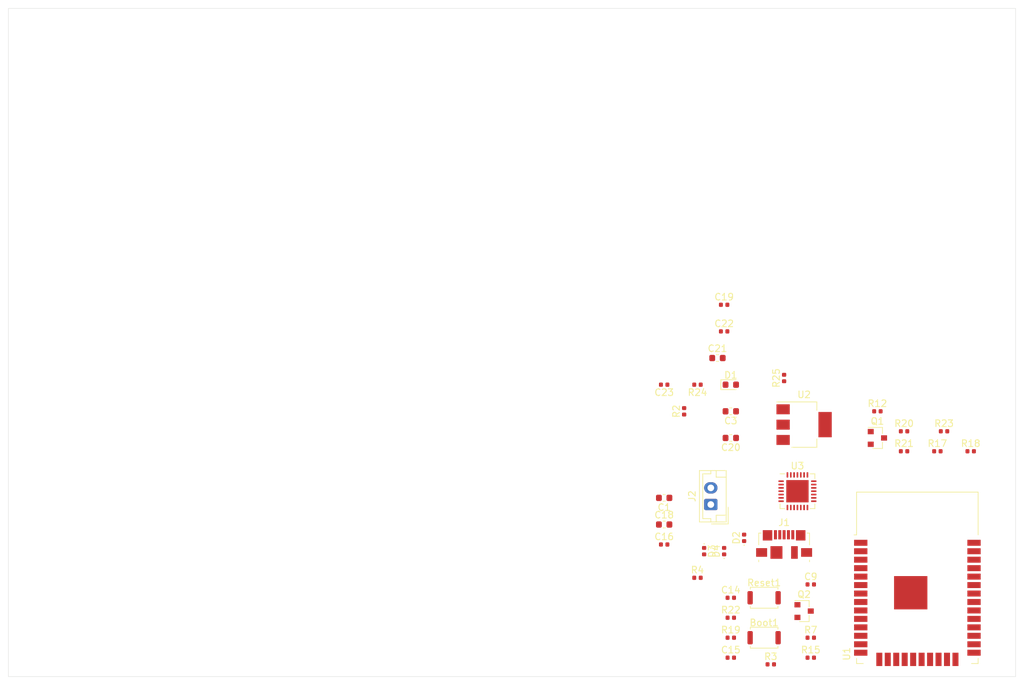
<source format=kicad_pcb>
(kicad_pcb (version 20171130) (host pcbnew 5.1.6-c6e7f7d~87~ubuntu18.04.1)

  (general
    (thickness 1.6)
    (drawings 17)
    (tracks 0)
    (zones 0)
    (modules 40)
    (nets 71)
  )

  (page A4)
  (layers
    (0 F.Cu signal)
    (1 Gnd signal)
    (2 Vdd signal)
    (31 B.Cu signal)
    (32 B.Adhes user hide)
    (33 F.Adhes user hide)
    (34 B.Paste user hide)
    (35 F.Paste user hide)
    (36 B.SilkS user hide)
    (37 F.SilkS user)
    (38 B.Mask user hide)
    (39 F.Mask user hide)
    (40 Dwgs.User user hide)
    (41 Cmts.User user hide)
    (42 Eco1.User user hide)
    (43 Eco2.User user hide)
    (44 Edge.Cuts user)
    (45 Margin user hide)
    (46 B.CrtYd user hide)
    (47 F.CrtYd user hide)
    (48 B.Fab user hide)
    (49 F.Fab user hide)
  )

  (setup
    (last_trace_width 0.25)
    (user_trace_width 0.05)
    (user_trace_width 0.1)
    (user_trace_width 0.4)
    (user_trace_width 0.5)
    (trace_clearance 0.2)
    (zone_clearance 0.26)
    (zone_45_only no)
    (trace_min 0.05)
    (via_size 0.6)
    (via_drill 0.4)
    (via_min_size 0.4)
    (via_min_drill 0.3)
    (blind_buried_vias_allowed yes)
    (uvia_size 0.3)
    (uvia_drill 0.1)
    (uvias_allowed no)
    (uvia_min_size 0.2)
    (uvia_min_drill 0.1)
    (edge_width 0.05)
    (segment_width 0.2)
    (pcb_text_width 0.3)
    (pcb_text_size 1.5 1.5)
    (mod_edge_width 0.12)
    (mod_text_size 1 1)
    (mod_text_width 0.15)
    (pad_size 1.524 1.524)
    (pad_drill 0.762)
    (pad_to_mask_clearance 0.051)
    (solder_mask_min_width 0.25)
    (aux_axis_origin 0 0)
    (grid_origin 268 86)
    (visible_elements 7FFFFFFF)
    (pcbplotparams
      (layerselection 0x010fc_ffffffff)
      (usegerberextensions false)
      (usegerberattributes false)
      (usegerberadvancedattributes false)
      (creategerberjobfile false)
      (excludeedgelayer true)
      (linewidth 0.100000)
      (plotframeref false)
      (viasonmask false)
      (mode 1)
      (useauxorigin false)
      (hpglpennumber 1)
      (hpglpenspeed 20)
      (hpglpendiameter 15.000000)
      (psnegative false)
      (psa4output false)
      (plotreference true)
      (plotvalue true)
      (plotinvisibletext false)
      (padsonsilk false)
      (subtractmaskfromsilk false)
      (outputformat 1)
      (mirror false)
      (drillshape 1)
      (scaleselection 1)
      (outputdirectory ""))
  )

  (net 0 "")
  (net 1 GND)
  (net 2 "Net-(C14-Pad1)")
  (net 3 "Net-(C23-Pad1)")
  (net 4 "Net-(D1-Pad2)")
  (net 5 "Net-(D3-Pad2)")
  (net 6 "Net-(J1-Pad4)")
  (net 7 "Net-(Q1-Pad2)")
  (net 8 "Net-(Q2-Pad2)")
  (net 9 "Net-(R23-Pad2)")
  (net 10 "Net-(U1-Pad32)")
  (net 11 "Net-(U3-Pad22)")
  (net 12 "Net-(U3-Pad21)")
  (net 13 "Net-(U3-Pad20)")
  (net 14 "Net-(U3-Pad19)")
  (net 15 "Net-(U3-Pad18)")
  (net 16 "Net-(U3-Pad17)")
  (net 17 "Net-(U3-Pad16)")
  (net 18 "Net-(U3-Pad15)")
  (net 19 "Net-(U3-Pad14)")
  (net 20 "Net-(U3-Pad13)")
  (net 21 "Net-(U3-Pad12)")
  (net 22 "Net-(U3-Pad10)")
  (net 23 "Net-(U3-Pad9)")
  (net 24 "Net-(Boot1-Pad2)")
  (net 25 +5V)
  (net 26 +3V3)
  (net 27 EN)
  (net 28 USB_DP)
  (net 29 USB_DN)
  (net 30 RTS)
  (net 31 DTR)
  (net 32 IO0)
  (net 33 IO2)
  (net 34 TXD0)
  (net 35 RXD)
  (net 36 RXD0)
  (net 37 TXD)
  (net 38 IO13)
  (net 39 IO15)
  (net 40 CTS)
  (net 41 IO23)
  (net 42 IO22)
  (net 43 IO21)
  (net 44 IO19)
  (net 45 IO18)
  (net 46 IO5)
  (net 47 IO17)
  (net 48 IO16)
  (net 49 IO4)
  (net 50 SD1)
  (net 51 SD0)
  (net 52 CLK)
  (net 53 CMD)
  (net 54 SD3)
  (net 55 SD2)
  (net 56 IO12)
  (net 57 IO14)
  (net 58 IO27)
  (net 59 IO26)
  (net 60 IO25)
  (net 61 IO33)
  (net 62 IO32)
  (net 63 IO35)
  (net 64 IO34)
  (net 65 SENSOR_VN)
  (net 66 SENSOR_VP)
  (net 67 DSR)
  (net 68 ACTIVE)
  (net 69 RI)
  (net 70 DCD)

  (net_class Default "This is the default net class."
    (clearance 0.2)
    (trace_width 0.25)
    (via_dia 0.6)
    (via_drill 0.4)
    (uvia_dia 0.3)
    (uvia_drill 0.1)
    (add_net +3V3)
    (add_net +5V)
    (add_net ACTIVE)
    (add_net CLK)
    (add_net CMD)
    (add_net CTS)
    (add_net DCD)
    (add_net DSR)
    (add_net DTR)
    (add_net EN)
    (add_net GND)
    (add_net IO0)
    (add_net IO12)
    (add_net IO13)
    (add_net IO14)
    (add_net IO15)
    (add_net IO16)
    (add_net IO17)
    (add_net IO18)
    (add_net IO19)
    (add_net IO2)
    (add_net IO21)
    (add_net IO22)
    (add_net IO23)
    (add_net IO25)
    (add_net IO26)
    (add_net IO27)
    (add_net IO32)
    (add_net IO33)
    (add_net IO34)
    (add_net IO35)
    (add_net IO4)
    (add_net IO5)
    (add_net "Net-(Boot1-Pad2)")
    (add_net "Net-(C14-Pad1)")
    (add_net "Net-(C23-Pad1)")
    (add_net "Net-(D1-Pad2)")
    (add_net "Net-(D3-Pad2)")
    (add_net "Net-(J1-Pad4)")
    (add_net "Net-(Q1-Pad2)")
    (add_net "Net-(Q2-Pad2)")
    (add_net "Net-(R23-Pad2)")
    (add_net "Net-(U1-Pad32)")
    (add_net "Net-(U3-Pad10)")
    (add_net "Net-(U3-Pad12)")
    (add_net "Net-(U3-Pad13)")
    (add_net "Net-(U3-Pad14)")
    (add_net "Net-(U3-Pad15)")
    (add_net "Net-(U3-Pad16)")
    (add_net "Net-(U3-Pad17)")
    (add_net "Net-(U3-Pad18)")
    (add_net "Net-(U3-Pad19)")
    (add_net "Net-(U3-Pad20)")
    (add_net "Net-(U3-Pad21)")
    (add_net "Net-(U3-Pad22)")
    (add_net "Net-(U3-Pad9)")
    (add_net RI)
    (add_net RTS)
    (add_net RXD)
    (add_net RXD0)
    (add_net SD0)
    (add_net SD1)
    (add_net SD2)
    (add_net SD3)
    (add_net SENSOR_VN)
    (add_net SENSOR_VP)
    (add_net TXD)
    (add_net TXD0)
    (add_net USB_DN)
    (add_net USB_DP)
  )

  (module LED_SMD:LED_0603_1608Metric placed (layer F.Cu) (tedit 5B301BBE) (tstamp 5F5FCDC1)
    (at 224 79)
    (descr "LED SMD 0603 (1608 Metric), square (rectangular) end terminal, IPC_7351 nominal, (Body size source: http://www.tortai-tech.com/upload/download/2011102023233369053.pdf), generated with kicad-footprint-generator")
    (tags diode)
    (path /5F853AB2)
    (attr smd)
    (fp_text reference D1 (at 0 -1.43) (layer F.SilkS)
      (effects (font (size 1 1) (thickness 0.15)))
    )
    (fp_text value "RED LED" (at 0 1.43) (layer F.Fab)
      (effects (font (size 1 1) (thickness 0.15)))
    )
    (fp_line (start 0.8 -0.4) (end -0.5 -0.4) (layer F.Fab) (width 0.1))
    (fp_line (start -0.5 -0.4) (end -0.8 -0.1) (layer F.Fab) (width 0.1))
    (fp_line (start -0.8 -0.1) (end -0.8 0.4) (layer F.Fab) (width 0.1))
    (fp_line (start -0.8 0.4) (end 0.8 0.4) (layer F.Fab) (width 0.1))
    (fp_line (start 0.8 0.4) (end 0.8 -0.4) (layer F.Fab) (width 0.1))
    (fp_line (start 0.8 -0.735) (end -1.485 -0.735) (layer F.SilkS) (width 0.12))
    (fp_line (start -1.485 -0.735) (end -1.485 0.735) (layer F.SilkS) (width 0.12))
    (fp_line (start -1.485 0.735) (end 0.8 0.735) (layer F.SilkS) (width 0.12))
    (fp_line (start -1.48 0.73) (end -1.48 -0.73) (layer F.CrtYd) (width 0.05))
    (fp_line (start -1.48 -0.73) (end 1.48 -0.73) (layer F.CrtYd) (width 0.05))
    (fp_line (start 1.48 -0.73) (end 1.48 0.73) (layer F.CrtYd) (width 0.05))
    (fp_line (start 1.48 0.73) (end -1.48 0.73) (layer F.CrtYd) (width 0.05))
    (fp_text user %R (at 0 0) (layer F.Fab)
      (effects (font (size 0.4 0.4) (thickness 0.06)))
    )
    (pad 2 smd roundrect (at 0.7875 0) (size 0.875 0.95) (layers F.Cu F.Paste F.Mask) (roundrect_rratio 0.25)
      (net 4 "Net-(D1-Pad2)"))
    (pad 1 smd roundrect (at -0.7875 0) (size 0.875 0.95) (layers F.Cu F.Paste F.Mask) (roundrect_rratio 0.25)
      (net 1 GND))
    (model ${KISYS3DMOD}/LED_SMD.3dshapes/LED_0603_1608Metric.wrl
      (at (xyz 0 0 0))
      (scale (xyz 1 1 1))
      (rotate (xyz 0 0 0))
    )
  )

  (module Capacitor_SMD:C_0603_1608Metric placed (layer F.Cu) (tedit 5B301BBE) (tstamp 5F5FCD90)
    (at 222 75)
    (descr "Capacitor SMD 0603 (1608 Metric), square (rectangular) end terminal, IPC_7351 nominal, (Body size source: http://www.tortai-tech.com/upload/download/2011102023233369053.pdf), generated with kicad-footprint-generator")
    (tags capacitor)
    (path /5F56776C)
    (attr smd)
    (fp_text reference C21 (at 0 -1.43) (layer F.SilkS)
      (effects (font (size 1 1) (thickness 0.15)))
    )
    (fp_text value "100uF/6.3V(20%)" (at 0 1.43) (layer F.Fab)
      (effects (font (size 1 1) (thickness 0.15)))
    )
    (fp_line (start -0.8 0.4) (end -0.8 -0.4) (layer F.Fab) (width 0.1))
    (fp_line (start -0.8 -0.4) (end 0.8 -0.4) (layer F.Fab) (width 0.1))
    (fp_line (start 0.8 -0.4) (end 0.8 0.4) (layer F.Fab) (width 0.1))
    (fp_line (start 0.8 0.4) (end -0.8 0.4) (layer F.Fab) (width 0.1))
    (fp_line (start -0.162779 -0.51) (end 0.162779 -0.51) (layer F.SilkS) (width 0.12))
    (fp_line (start -0.162779 0.51) (end 0.162779 0.51) (layer F.SilkS) (width 0.12))
    (fp_line (start -1.48 0.73) (end -1.48 -0.73) (layer F.CrtYd) (width 0.05))
    (fp_line (start -1.48 -0.73) (end 1.48 -0.73) (layer F.CrtYd) (width 0.05))
    (fp_line (start 1.48 -0.73) (end 1.48 0.73) (layer F.CrtYd) (width 0.05))
    (fp_line (start 1.48 0.73) (end -1.48 0.73) (layer F.CrtYd) (width 0.05))
    (fp_text user %R (at 0 0) (layer F.Fab)
      (effects (font (size 0.4 0.4) (thickness 0.06)))
    )
    (pad 2 smd roundrect (at 0.7875 0) (size 0.875 0.95) (layers F.Cu F.Paste F.Mask) (roundrect_rratio 0.25)
      (net 1 GND))
    (pad 1 smd roundrect (at -0.7875 0) (size 0.875 0.95) (layers F.Cu F.Paste F.Mask) (roundrect_rratio 0.25)
      (net 26 +3V3))
    (model ${KISYS3DMOD}/Capacitor_SMD.3dshapes/C_0603_1608Metric.wrl
      (at (xyz 0 0 0))
      (scale (xyz 1 1 1))
      (rotate (xyz 0 0 0))
    )
  )

  (module Capacitor_SMD:C_0603_1608Metric placed (layer F.Cu) (tedit 5B301BBE) (tstamp 5F5FCD7F)
    (at 224 87 180)
    (descr "Capacitor SMD 0603 (1608 Metric), square (rectangular) end terminal, IPC_7351 nominal, (Body size source: http://www.tortai-tech.com/upload/download/2011102023233369053.pdf), generated with kicad-footprint-generator")
    (tags capacitor)
    (path /5FAAF752)
    (attr smd)
    (fp_text reference C20 (at 0 -1.43) (layer F.SilkS)
      (effects (font (size 1 1) (thickness 0.15)))
    )
    (fp_text value "10uF/25V(10%)" (at 0 1.43) (layer F.Fab)
      (effects (font (size 1 1) (thickness 0.15)))
    )
    (fp_line (start -0.8 0.4) (end -0.8 -0.4) (layer F.Fab) (width 0.1))
    (fp_line (start -0.8 -0.4) (end 0.8 -0.4) (layer F.Fab) (width 0.1))
    (fp_line (start 0.8 -0.4) (end 0.8 0.4) (layer F.Fab) (width 0.1))
    (fp_line (start 0.8 0.4) (end -0.8 0.4) (layer F.Fab) (width 0.1))
    (fp_line (start -0.162779 -0.51) (end 0.162779 -0.51) (layer F.SilkS) (width 0.12))
    (fp_line (start -0.162779 0.51) (end 0.162779 0.51) (layer F.SilkS) (width 0.12))
    (fp_line (start -1.48 0.73) (end -1.48 -0.73) (layer F.CrtYd) (width 0.05))
    (fp_line (start -1.48 -0.73) (end 1.48 -0.73) (layer F.CrtYd) (width 0.05))
    (fp_line (start 1.48 -0.73) (end 1.48 0.73) (layer F.CrtYd) (width 0.05))
    (fp_line (start 1.48 0.73) (end -1.48 0.73) (layer F.CrtYd) (width 0.05))
    (fp_text user %R (at 0 0) (layer F.Fab)
      (effects (font (size 0.4 0.4) (thickness 0.06)))
    )
    (pad 2 smd roundrect (at 0.7875 0 180) (size 0.875 0.95) (layers F.Cu F.Paste F.Mask) (roundrect_rratio 0.25)
      (net 1 GND))
    (pad 1 smd roundrect (at -0.7875 0 180) (size 0.875 0.95) (layers F.Cu F.Paste F.Mask) (roundrect_rratio 0.25)
      (net 26 +3V3))
    (model ${KISYS3DMOD}/Capacitor_SMD.3dshapes/C_0603_1608Metric.wrl
      (at (xyz 0 0 0))
      (scale (xyz 1 1 1))
      (rotate (xyz 0 0 0))
    )
  )

  (module Capacitor_SMD:C_0603_1608Metric placed (layer F.Cu) (tedit 5B301BBE) (tstamp 5F5FCD5F)
    (at 214 100)
    (descr "Capacitor SMD 0603 (1608 Metric), square (rectangular) end terminal, IPC_7351 nominal, (Body size source: http://www.tortai-tech.com/upload/download/2011102023233369053.pdf), generated with kicad-footprint-generator")
    (tags capacitor)
    (path /5F651FAF)
    (attr smd)
    (fp_text reference C18 (at 0 -1.43) (layer F.SilkS)
      (effects (font (size 1 1) (thickness 0.15)))
    )
    (fp_text value "10uF/25V(10%)" (at 0 1.43) (layer F.Fab)
      (effects (font (size 1 1) (thickness 0.15)))
    )
    (fp_line (start -0.8 0.4) (end -0.8 -0.4) (layer F.Fab) (width 0.1))
    (fp_line (start -0.8 -0.4) (end 0.8 -0.4) (layer F.Fab) (width 0.1))
    (fp_line (start 0.8 -0.4) (end 0.8 0.4) (layer F.Fab) (width 0.1))
    (fp_line (start 0.8 0.4) (end -0.8 0.4) (layer F.Fab) (width 0.1))
    (fp_line (start -0.162779 -0.51) (end 0.162779 -0.51) (layer F.SilkS) (width 0.12))
    (fp_line (start -0.162779 0.51) (end 0.162779 0.51) (layer F.SilkS) (width 0.12))
    (fp_line (start -1.48 0.73) (end -1.48 -0.73) (layer F.CrtYd) (width 0.05))
    (fp_line (start -1.48 -0.73) (end 1.48 -0.73) (layer F.CrtYd) (width 0.05))
    (fp_line (start 1.48 -0.73) (end 1.48 0.73) (layer F.CrtYd) (width 0.05))
    (fp_line (start 1.48 0.73) (end -1.48 0.73) (layer F.CrtYd) (width 0.05))
    (fp_text user %R (at 0 0) (layer F.Fab)
      (effects (font (size 0.4 0.4) (thickness 0.06)))
    )
    (pad 2 smd roundrect (at 0.7875 0) (size 0.875 0.95) (layers F.Cu F.Paste F.Mask) (roundrect_rratio 0.25)
      (net 1 GND))
    (pad 1 smd roundrect (at -0.7875 0) (size 0.875 0.95) (layers F.Cu F.Paste F.Mask) (roundrect_rratio 0.25)
      (net 25 +5V))
    (model ${KISYS3DMOD}/Capacitor_SMD.3dshapes/C_0603_1608Metric.wrl
      (at (xyz 0 0 0))
      (scale (xyz 1 1 1))
      (rotate (xyz 0 0 0))
    )
  )

  (module Capacitor_SMD:C_0603_1608Metric placed (layer F.Cu) (tedit 5B301BBE) (tstamp 5F60274B)
    (at 224 83 180)
    (descr "Capacitor SMD 0603 (1608 Metric), square (rectangular) end terminal, IPC_7351 nominal, (Body size source: http://www.tortai-tech.com/upload/download/2011102023233369053.pdf), generated with kicad-footprint-generator")
    (tags capacitor)
    (path /5F74D1FA)
    (attr smd)
    (fp_text reference C3 (at 0 -1.43) (layer F.SilkS)
      (effects (font (size 1 1) (thickness 0.15)))
    )
    (fp_text value "22uF/25V(10%)" (at 0 1.43) (layer F.Fab)
      (effects (font (size 1 1) (thickness 0.15)))
    )
    (fp_line (start -0.8 0.4) (end -0.8 -0.4) (layer F.Fab) (width 0.1))
    (fp_line (start -0.8 -0.4) (end 0.8 -0.4) (layer F.Fab) (width 0.1))
    (fp_line (start 0.8 -0.4) (end 0.8 0.4) (layer F.Fab) (width 0.1))
    (fp_line (start 0.8 0.4) (end -0.8 0.4) (layer F.Fab) (width 0.1))
    (fp_line (start -0.162779 -0.51) (end 0.162779 -0.51) (layer F.SilkS) (width 0.12))
    (fp_line (start -0.162779 0.51) (end 0.162779 0.51) (layer F.SilkS) (width 0.12))
    (fp_line (start -1.48 0.73) (end -1.48 -0.73) (layer F.CrtYd) (width 0.05))
    (fp_line (start -1.48 -0.73) (end 1.48 -0.73) (layer F.CrtYd) (width 0.05))
    (fp_line (start 1.48 -0.73) (end 1.48 0.73) (layer F.CrtYd) (width 0.05))
    (fp_line (start 1.48 0.73) (end -1.48 0.73) (layer F.CrtYd) (width 0.05))
    (fp_text user %R (at 0 0) (layer F.Fab)
      (effects (font (size 0.4 0.4) (thickness 0.06)))
    )
    (pad 2 smd roundrect (at 0.7875 0 180) (size 0.875 0.95) (layers F.Cu F.Paste F.Mask) (roundrect_rratio 0.25)
      (net 1 GND))
    (pad 1 smd roundrect (at -0.7875 0 180) (size 0.875 0.95) (layers F.Cu F.Paste F.Mask) (roundrect_rratio 0.25)
      (net 26 +3V3))
    (model ${KISYS3DMOD}/Capacitor_SMD.3dshapes/C_0603_1608Metric.wrl
      (at (xyz 0 0 0))
      (scale (xyz 1 1 1))
      (rotate (xyz 0 0 0))
    )
  )

  (module Capacitor_SMD:C_0603_1608Metric placed (layer F.Cu) (tedit 5B301BBE) (tstamp 5F5FCD01)
    (at 214 96 180)
    (descr "Capacitor SMD 0603 (1608 Metric), square (rectangular) end terminal, IPC_7351 nominal, (Body size source: http://www.tortai-tech.com/upload/download/2011102023233369053.pdf), generated with kicad-footprint-generator")
    (tags capacitor)
    (path /5F5C2A94)
    (attr smd)
    (fp_text reference C1 (at 0 -1.43) (layer F.SilkS)
      (effects (font (size 1 1) (thickness 0.15)))
    )
    (fp_text value "10uF/25V(10%)" (at 0 1.43) (layer F.Fab)
      (effects (font (size 1 1) (thickness 0.15)))
    )
    (fp_line (start -0.8 0.4) (end -0.8 -0.4) (layer F.Fab) (width 0.1))
    (fp_line (start -0.8 -0.4) (end 0.8 -0.4) (layer F.Fab) (width 0.1))
    (fp_line (start 0.8 -0.4) (end 0.8 0.4) (layer F.Fab) (width 0.1))
    (fp_line (start 0.8 0.4) (end -0.8 0.4) (layer F.Fab) (width 0.1))
    (fp_line (start -0.162779 -0.51) (end 0.162779 -0.51) (layer F.SilkS) (width 0.12))
    (fp_line (start -0.162779 0.51) (end 0.162779 0.51) (layer F.SilkS) (width 0.12))
    (fp_line (start -1.48 0.73) (end -1.48 -0.73) (layer F.CrtYd) (width 0.05))
    (fp_line (start -1.48 -0.73) (end 1.48 -0.73) (layer F.CrtYd) (width 0.05))
    (fp_line (start 1.48 -0.73) (end 1.48 0.73) (layer F.CrtYd) (width 0.05))
    (fp_line (start 1.48 0.73) (end -1.48 0.73) (layer F.CrtYd) (width 0.05))
    (fp_text user %R (at 0 0) (layer F.Fab)
      (effects (font (size 0.4 0.4) (thickness 0.06)))
    )
    (pad 2 smd roundrect (at 0.7875 0 180) (size 0.875 0.95) (layers F.Cu F.Paste F.Mask) (roundrect_rratio 0.25)
      (net 1 GND))
    (pad 1 smd roundrect (at -0.7875 0 180) (size 0.875 0.95) (layers F.Cu F.Paste F.Mask) (roundrect_rratio 0.25)
      (net 25 +5V))
    (model ${KISYS3DMOD}/Capacitor_SMD.3dshapes/C_0603_1608Metric.wrl
      (at (xyz 0 0 0))
      (scale (xyz 1 1 1))
      (rotate (xyz 0 0 0))
    )
  )

  (module Button_Switch_SMD:SW_Push_SPST_NO_Alps_SKRK placed (layer F.Cu) (tedit 5C2A8900) (tstamp 5F5FE359)
    (at 229 117)
    (descr http://www.alps.com/prod/info/E/HTML/Tact/SurfaceMount/SKRK/SKRKAHE020.html)
    (tags "SMD SMT button")
    (path /5F80F928)
    (attr smd)
    (fp_text reference Boot1 (at 0 -2.25) (layer F.SilkS)
      (effects (font (size 1 1) (thickness 0.15)))
    )
    (fp_text value SW_Push (at 0 2.5) (layer F.Fab)
      (effects (font (size 1 1) (thickness 0.15)))
    )
    (fp_line (start -2.07 -1.57) (end 2.07 -1.57) (layer F.SilkS) (width 0.12))
    (fp_line (start 2.07 1.27) (end 2.07 1.57) (layer F.SilkS) (width 0.12))
    (fp_line (start 2.07 1.57) (end -2.07 1.57) (layer F.SilkS) (width 0.12))
    (fp_line (start -2.07 -1.27) (end -2.07 -1.57) (layer F.SilkS) (width 0.12))
    (fp_circle (center 0 0) (end 1 0) (layer F.Fab) (width 0.1))
    (fp_line (start -2.75 -1.7) (end 2.75 -1.7) (layer F.CrtYd) (width 0.05))
    (fp_line (start 2.75 -1.7) (end 2.75 1.7) (layer F.CrtYd) (width 0.05))
    (fp_line (start 2.75 1.7) (end -2.75 1.7) (layer F.CrtYd) (width 0.05))
    (fp_line (start -2.75 1.7) (end -2.75 -1.7) (layer F.CrtYd) (width 0.05))
    (fp_line (start 1.95 1.45) (end -1.95 1.45) (layer F.Fab) (width 0.1))
    (fp_line (start -1.95 1.45) (end -1.95 -1.45) (layer F.Fab) (width 0.1))
    (fp_line (start -1.95 -1.45) (end 1.95 -1.45) (layer F.Fab) (width 0.1))
    (fp_line (start 1.95 -1.45) (end 1.95 1.45) (layer F.Fab) (width 0.1))
    (fp_line (start -2.07 1.57) (end -2.07 1.27) (layer F.SilkS) (width 0.12))
    (fp_line (start 2.07 -1.57) (end 2.07 -1.27) (layer F.SilkS) (width 0.12))
    (fp_text user %R (at 0 0) (layer F.Fab)
      (effects (font (size 1 1) (thickness 0.15)))
    )
    (pad 1 smd roundrect (at -2.1 0) (size 0.8 2) (layers F.Cu F.Paste F.Mask) (roundrect_rratio 0.25)
      (net 1 GND))
    (pad 2 smd roundrect (at 2.1 0) (size 0.8 2) (layers F.Cu F.Paste F.Mask) (roundrect_rratio 0.25)
      (net 24 "Net-(Boot1-Pad2)"))
    (model ${KISYS3DMOD}/Button_Switch_SMD.3dshapes/SW_Push_SPST_NO_Alps_SKRK.wrl
      (at (xyz 0 0 0))
      (scale (xyz 1 1 1))
      (rotate (xyz 0 0 0))
    )
  )

  (module Capacitor_SMD:C_0402_1005Metric placed (layer F.Cu) (tedit 5B301BBE) (tstamp 5F5FCD21)
    (at 236 109)
    (descr "Capacitor SMD 0402 (1005 Metric), square (rectangular) end terminal, IPC_7351 nominal, (Body size source: http://www.tortai-tech.com/upload/download/2011102023233369053.pdf), generated with kicad-footprint-generator")
    (tags capacitor)
    (path /5F5952ED)
    (attr smd)
    (fp_text reference C9 (at 0 -1.17) (layer F.SilkS)
      (effects (font (size 1 1) (thickness 0.15)))
    )
    (fp_text value "1nF/50V(10%)" (at 0 1.17) (layer F.Fab)
      (effects (font (size 1 1) (thickness 0.15)))
    )
    (fp_line (start 0.93 0.47) (end -0.93 0.47) (layer F.CrtYd) (width 0.05))
    (fp_line (start 0.93 -0.47) (end 0.93 0.47) (layer F.CrtYd) (width 0.05))
    (fp_line (start -0.93 -0.47) (end 0.93 -0.47) (layer F.CrtYd) (width 0.05))
    (fp_line (start -0.93 0.47) (end -0.93 -0.47) (layer F.CrtYd) (width 0.05))
    (fp_line (start 0.5 0.25) (end -0.5 0.25) (layer F.Fab) (width 0.1))
    (fp_line (start 0.5 -0.25) (end 0.5 0.25) (layer F.Fab) (width 0.1))
    (fp_line (start -0.5 -0.25) (end 0.5 -0.25) (layer F.Fab) (width 0.1))
    (fp_line (start -0.5 0.25) (end -0.5 -0.25) (layer F.Fab) (width 0.1))
    (fp_text user %R (at 0 0) (layer F.Fab)
      (effects (font (size 0.25 0.25) (thickness 0.04)))
    )
    (pad 1 smd roundrect (at -0.485 0) (size 0.59 0.64) (layers F.Cu F.Paste F.Mask) (roundrect_rratio 0.25)
      (net 27 EN))
    (pad 2 smd roundrect (at 0.485 0) (size 0.59 0.64) (layers F.Cu F.Paste F.Mask) (roundrect_rratio 0.25)
      (net 1 GND))
    (model ${KISYS3DMOD}/Capacitor_SMD.3dshapes/C_0402_1005Metric.wrl
      (at (xyz 0 0 0))
      (scale (xyz 1 1 1))
      (rotate (xyz 0 0 0))
    )
  )

  (module Capacitor_SMD:C_0402_1005Metric placed (layer F.Cu) (tedit 5B301BBE) (tstamp 5F5FCD30)
    (at 224 111)
    (descr "Capacitor SMD 0402 (1005 Metric), square (rectangular) end terminal, IPC_7351 nominal, (Body size source: http://www.tortai-tech.com/upload/download/2011102023233369053.pdf), generated with kicad-footprint-generator")
    (tags capacitor)
    (path /5F817DFE)
    (attr smd)
    (fp_text reference C14 (at 0 -1.17) (layer F.SilkS)
      (effects (font (size 1 1) (thickness 0.15)))
    )
    (fp_text value "1nF/50V(10%)" (at 0 1.17) (layer F.Fab)
      (effects (font (size 1 1) (thickness 0.15)))
    )
    (fp_line (start 0.93 0.47) (end -0.93 0.47) (layer F.CrtYd) (width 0.05))
    (fp_line (start 0.93 -0.47) (end 0.93 0.47) (layer F.CrtYd) (width 0.05))
    (fp_line (start -0.93 -0.47) (end 0.93 -0.47) (layer F.CrtYd) (width 0.05))
    (fp_line (start -0.93 0.47) (end -0.93 -0.47) (layer F.CrtYd) (width 0.05))
    (fp_line (start 0.5 0.25) (end -0.5 0.25) (layer F.Fab) (width 0.1))
    (fp_line (start 0.5 -0.25) (end 0.5 0.25) (layer F.Fab) (width 0.1))
    (fp_line (start -0.5 -0.25) (end 0.5 -0.25) (layer F.Fab) (width 0.1))
    (fp_line (start -0.5 0.25) (end -0.5 -0.25) (layer F.Fab) (width 0.1))
    (fp_text user %R (at 0 0) (layer F.Fab)
      (effects (font (size 0.25 0.25) (thickness 0.04)))
    )
    (pad 1 smd roundrect (at -0.485 0) (size 0.59 0.64) (layers F.Cu F.Paste F.Mask) (roundrect_rratio 0.25)
      (net 2 "Net-(C14-Pad1)"))
    (pad 2 smd roundrect (at 0.485 0) (size 0.59 0.64) (layers F.Cu F.Paste F.Mask) (roundrect_rratio 0.25)
      (net 1 GND))
    (model ${KISYS3DMOD}/Capacitor_SMD.3dshapes/C_0402_1005Metric.wrl
      (at (xyz 0 0 0))
      (scale (xyz 1 1 1))
      (rotate (xyz 0 0 0))
    )
  )

  (module Capacitor_SMD:C_0402_1005Metric placed (layer F.Cu) (tedit 5B301BBE) (tstamp 5F5FCD3F)
    (at 224 120)
    (descr "Capacitor SMD 0402 (1005 Metric), square (rectangular) end terminal, IPC_7351 nominal, (Body size source: http://www.tortai-tech.com/upload/download/2011102023233369053.pdf), generated with kicad-footprint-generator")
    (tags capacitor)
    (path /5F8112CE)
    (attr smd)
    (fp_text reference C15 (at 0 -1.17) (layer F.SilkS)
      (effects (font (size 1 1) (thickness 0.15)))
    )
    (fp_text value "1nF/50V(10%)" (at 0 1.17) (layer F.Fab)
      (effects (font (size 1 1) (thickness 0.15)))
    )
    (fp_line (start -0.5 0.25) (end -0.5 -0.25) (layer F.Fab) (width 0.1))
    (fp_line (start -0.5 -0.25) (end 0.5 -0.25) (layer F.Fab) (width 0.1))
    (fp_line (start 0.5 -0.25) (end 0.5 0.25) (layer F.Fab) (width 0.1))
    (fp_line (start 0.5 0.25) (end -0.5 0.25) (layer F.Fab) (width 0.1))
    (fp_line (start -0.93 0.47) (end -0.93 -0.47) (layer F.CrtYd) (width 0.05))
    (fp_line (start -0.93 -0.47) (end 0.93 -0.47) (layer F.CrtYd) (width 0.05))
    (fp_line (start 0.93 -0.47) (end 0.93 0.47) (layer F.CrtYd) (width 0.05))
    (fp_line (start 0.93 0.47) (end -0.93 0.47) (layer F.CrtYd) (width 0.05))
    (fp_text user %R (at 0 0) (layer F.Fab)
      (effects (font (size 0.25 0.25) (thickness 0.04)))
    )
    (pad 2 smd roundrect (at 0.485 0) (size 0.59 0.64) (layers F.Cu F.Paste F.Mask) (roundrect_rratio 0.25)
      (net 1 GND))
    (pad 1 smd roundrect (at -0.485 0) (size 0.59 0.64) (layers F.Cu F.Paste F.Mask) (roundrect_rratio 0.25)
      (net 24 "Net-(Boot1-Pad2)"))
    (model ${KISYS3DMOD}/Capacitor_SMD.3dshapes/C_0402_1005Metric.wrl
      (at (xyz 0 0 0))
      (scale (xyz 1 1 1))
      (rotate (xyz 0 0 0))
    )
  )

  (module Capacitor_SMD:C_0402_1005Metric placed (layer F.Cu) (tedit 5B301BBE) (tstamp 5F5FCD4E)
    (at 214 103)
    (descr "Capacitor SMD 0402 (1005 Metric), square (rectangular) end terminal, IPC_7351 nominal, (Body size source: http://www.tortai-tech.com/upload/download/2011102023233369053.pdf), generated with kicad-footprint-generator")
    (tags capacitor)
    (path /5F6534BA)
    (attr smd)
    (fp_text reference C16 (at 0 -1.17) (layer F.SilkS)
      (effects (font (size 1 1) (thickness 0.15)))
    )
    (fp_text value "0.1uF/25V(10%)" (at 0 1.17) (layer F.Fab)
      (effects (font (size 1 1) (thickness 0.15)))
    )
    (fp_line (start 0.93 0.47) (end -0.93 0.47) (layer F.CrtYd) (width 0.05))
    (fp_line (start 0.93 -0.47) (end 0.93 0.47) (layer F.CrtYd) (width 0.05))
    (fp_line (start -0.93 -0.47) (end 0.93 -0.47) (layer F.CrtYd) (width 0.05))
    (fp_line (start -0.93 0.47) (end -0.93 -0.47) (layer F.CrtYd) (width 0.05))
    (fp_line (start 0.5 0.25) (end -0.5 0.25) (layer F.Fab) (width 0.1))
    (fp_line (start 0.5 -0.25) (end 0.5 0.25) (layer F.Fab) (width 0.1))
    (fp_line (start -0.5 -0.25) (end 0.5 -0.25) (layer F.Fab) (width 0.1))
    (fp_line (start -0.5 0.25) (end -0.5 -0.25) (layer F.Fab) (width 0.1))
    (fp_text user %R (at 0 0) (layer F.Fab)
      (effects (font (size 0.25 0.25) (thickness 0.04)))
    )
    (pad 1 smd roundrect (at -0.485 0) (size 0.59 0.64) (layers F.Cu F.Paste F.Mask) (roundrect_rratio 0.25)
      (net 25 +5V))
    (pad 2 smd roundrect (at 0.485 0) (size 0.59 0.64) (layers F.Cu F.Paste F.Mask) (roundrect_rratio 0.25)
      (net 1 GND))
    (model ${KISYS3DMOD}/Capacitor_SMD.3dshapes/C_0402_1005Metric.wrl
      (at (xyz 0 0 0))
      (scale (xyz 1 1 1))
      (rotate (xyz 0 0 0))
    )
  )

  (module Capacitor_SMD:C_0402_1005Metric placed (layer F.Cu) (tedit 5B301BBE) (tstamp 5F5FCD6E)
    (at 223 67)
    (descr "Capacitor SMD 0402 (1005 Metric), square (rectangular) end terminal, IPC_7351 nominal, (Body size source: http://www.tortai-tech.com/upload/download/2011102023233369053.pdf), generated with kicad-footprint-generator")
    (tags capacitor)
    (path /5FAAFE90)
    (attr smd)
    (fp_text reference C19 (at 0 -1.17) (layer F.SilkS)
      (effects (font (size 1 1) (thickness 0.15)))
    )
    (fp_text value "0.1uF/25V(10%)" (at 0 1.17) (layer F.Fab)
      (effects (font (size 1 1) (thickness 0.15)))
    )
    (fp_line (start -0.5 0.25) (end -0.5 -0.25) (layer F.Fab) (width 0.1))
    (fp_line (start -0.5 -0.25) (end 0.5 -0.25) (layer F.Fab) (width 0.1))
    (fp_line (start 0.5 -0.25) (end 0.5 0.25) (layer F.Fab) (width 0.1))
    (fp_line (start 0.5 0.25) (end -0.5 0.25) (layer F.Fab) (width 0.1))
    (fp_line (start -0.93 0.47) (end -0.93 -0.47) (layer F.CrtYd) (width 0.05))
    (fp_line (start -0.93 -0.47) (end 0.93 -0.47) (layer F.CrtYd) (width 0.05))
    (fp_line (start 0.93 -0.47) (end 0.93 0.47) (layer F.CrtYd) (width 0.05))
    (fp_line (start 0.93 0.47) (end -0.93 0.47) (layer F.CrtYd) (width 0.05))
    (fp_text user %R (at 0 0) (layer F.Fab)
      (effects (font (size 0.25 0.25) (thickness 0.04)))
    )
    (pad 2 smd roundrect (at 0.485 0) (size 0.59 0.64) (layers F.Cu F.Paste F.Mask) (roundrect_rratio 0.25)
      (net 1 GND))
    (pad 1 smd roundrect (at -0.485 0) (size 0.59 0.64) (layers F.Cu F.Paste F.Mask) (roundrect_rratio 0.25)
      (net 26 +3V3))
    (model ${KISYS3DMOD}/Capacitor_SMD.3dshapes/C_0402_1005Metric.wrl
      (at (xyz 0 0 0))
      (scale (xyz 1 1 1))
      (rotate (xyz 0 0 0))
    )
  )

  (module Capacitor_SMD:C_0402_1005Metric placed (layer F.Cu) (tedit 5B301BBE) (tstamp 5F5FCD9F)
    (at 223 71)
    (descr "Capacitor SMD 0402 (1005 Metric), square (rectangular) end terminal, IPC_7351 nominal, (Body size source: http://www.tortai-tech.com/upload/download/2011102023233369053.pdf), generated with kicad-footprint-generator")
    (tags capacitor)
    (path /5F569E89)
    (attr smd)
    (fp_text reference C22 (at 0 -1.17) (layer F.SilkS)
      (effects (font (size 1 1) (thickness 0.15)))
    )
    (fp_text value "1uF/10V(10%)" (at 0 1.17) (layer F.Fab)
      (effects (font (size 1 1) (thickness 0.15)))
    )
    (fp_line (start -0.5 0.25) (end -0.5 -0.25) (layer F.Fab) (width 0.1))
    (fp_line (start -0.5 -0.25) (end 0.5 -0.25) (layer F.Fab) (width 0.1))
    (fp_line (start 0.5 -0.25) (end 0.5 0.25) (layer F.Fab) (width 0.1))
    (fp_line (start 0.5 0.25) (end -0.5 0.25) (layer F.Fab) (width 0.1))
    (fp_line (start -0.93 0.47) (end -0.93 -0.47) (layer F.CrtYd) (width 0.05))
    (fp_line (start -0.93 -0.47) (end 0.93 -0.47) (layer F.CrtYd) (width 0.05))
    (fp_line (start 0.93 -0.47) (end 0.93 0.47) (layer F.CrtYd) (width 0.05))
    (fp_line (start 0.93 0.47) (end -0.93 0.47) (layer F.CrtYd) (width 0.05))
    (fp_text user %R (at 0 0) (layer F.Fab)
      (effects (font (size 0.25 0.25) (thickness 0.04)))
    )
    (pad 2 smd roundrect (at 0.485 0) (size 0.59 0.64) (layers F.Cu F.Paste F.Mask) (roundrect_rratio 0.25)
      (net 1 GND))
    (pad 1 smd roundrect (at -0.485 0) (size 0.59 0.64) (layers F.Cu F.Paste F.Mask) (roundrect_rratio 0.25)
      (net 26 +3V3))
    (model ${KISYS3DMOD}/Capacitor_SMD.3dshapes/C_0402_1005Metric.wrl
      (at (xyz 0 0 0))
      (scale (xyz 1 1 1))
      (rotate (xyz 0 0 0))
    )
  )

  (module Capacitor_SMD:C_0402_1005Metric placed (layer F.Cu) (tedit 5B301BBE) (tstamp 5F602B2D)
    (at 214 79 180)
    (descr "Capacitor SMD 0402 (1005 Metric), square (rectangular) end terminal, IPC_7351 nominal, (Body size source: http://www.tortai-tech.com/upload/download/2011102023233369053.pdf), generated with kicad-footprint-generator")
    (tags capacitor)
    (path /5F5D95AC)
    (attr smd)
    (fp_text reference C23 (at 0 -1.17) (layer F.SilkS)
      (effects (font (size 1 1) (thickness 0.15)))
    )
    (fp_text value "10uF/25V(10%)(NC)" (at 0 1.17) (layer F.Fab)
      (effects (font (size 1 1) (thickness 0.15)))
    )
    (fp_line (start -0.5 0.25) (end -0.5 -0.25) (layer F.Fab) (width 0.1))
    (fp_line (start -0.5 -0.25) (end 0.5 -0.25) (layer F.Fab) (width 0.1))
    (fp_line (start 0.5 -0.25) (end 0.5 0.25) (layer F.Fab) (width 0.1))
    (fp_line (start 0.5 0.25) (end -0.5 0.25) (layer F.Fab) (width 0.1))
    (fp_line (start -0.93 0.47) (end -0.93 -0.47) (layer F.CrtYd) (width 0.05))
    (fp_line (start -0.93 -0.47) (end 0.93 -0.47) (layer F.CrtYd) (width 0.05))
    (fp_line (start 0.93 -0.47) (end 0.93 0.47) (layer F.CrtYd) (width 0.05))
    (fp_line (start 0.93 0.47) (end -0.93 0.47) (layer F.CrtYd) (width 0.05))
    (fp_text user %R (at 0 0) (layer F.Fab)
      (effects (font (size 0.25 0.25) (thickness 0.04)))
    )
    (pad 2 smd roundrect (at 0.485 0 180) (size 0.59 0.64) (layers F.Cu F.Paste F.Mask) (roundrect_rratio 0.25)
      (net 1 GND))
    (pad 1 smd roundrect (at -0.485 0 180) (size 0.59 0.64) (layers F.Cu F.Paste F.Mask) (roundrect_rratio 0.25)
      (net 3 "Net-(C23-Pad1)"))
    (model ${KISYS3DMOD}/Capacitor_SMD.3dshapes/C_0402_1005Metric.wrl
      (at (xyz 0 0 0))
      (scale (xyz 1 1 1))
      (rotate (xyz 0 0 0))
    )
  )

  (module Diode_SMD:D_0402_1005Metric placed (layer F.Cu) (tedit 5B301BBE) (tstamp 5F5FCDD3)
    (at 226 102 90)
    (descr "Diode SMD 0402 (1005 Metric), square (rectangular) end terminal, IPC_7351 nominal, (Body size source: http://www.tortai-tech.com/upload/download/2011102023233369053.pdf), generated with kicad-footprint-generator")
    (tags diode)
    (path /5F5F908E)
    (attr smd)
    (fp_text reference D2 (at 0 -1.17 90) (layer F.SilkS)
      (effects (font (size 1 1) (thickness 0.15)))
    )
    (fp_text value ESD05V88D-LC (at 0 1.17 90) (layer F.Fab)
      (effects (font (size 1 1) (thickness 0.15)))
    )
    (fp_line (start 0.93 0.47) (end -0.93 0.47) (layer F.CrtYd) (width 0.05))
    (fp_line (start 0.93 -0.47) (end 0.93 0.47) (layer F.CrtYd) (width 0.05))
    (fp_line (start -0.93 -0.47) (end 0.93 -0.47) (layer F.CrtYd) (width 0.05))
    (fp_line (start -0.93 0.47) (end -0.93 -0.47) (layer F.CrtYd) (width 0.05))
    (fp_line (start -0.3 0.25) (end -0.3 -0.25) (layer F.Fab) (width 0.1))
    (fp_line (start -0.4 0.25) (end -0.4 -0.25) (layer F.Fab) (width 0.1))
    (fp_line (start 0.5 0.25) (end -0.5 0.25) (layer F.Fab) (width 0.1))
    (fp_line (start 0.5 -0.25) (end 0.5 0.25) (layer F.Fab) (width 0.1))
    (fp_line (start -0.5 -0.25) (end 0.5 -0.25) (layer F.Fab) (width 0.1))
    (fp_line (start -0.5 0.25) (end -0.5 -0.25) (layer F.Fab) (width 0.1))
    (fp_circle (center -1.09 0) (end -1.04 0) (layer F.SilkS) (width 0.1))
    (fp_text user %R (at 0 0 90) (layer F.Fab)
      (effects (font (size 0.25 0.25) (thickness 0.04)))
    )
    (pad 1 smd roundrect (at -0.485 0 90) (size 0.59 0.64) (layers F.Cu F.Paste F.Mask) (roundrect_rratio 0.25)
      (net 28 USB_DP))
    (pad 2 smd roundrect (at 0.485 0 90) (size 0.59 0.64) (layers F.Cu F.Paste F.Mask) (roundrect_rratio 0.25)
      (net 1 GND))
    (model ${KISYS3DMOD}/Diode_SMD.3dshapes/D_0402_1005Metric.wrl
      (at (xyz 0 0 0))
      (scale (xyz 1 1 1))
      (rotate (xyz 0 0 0))
    )
  )

  (module Diode_SMD:D_0402_1005Metric placed (layer F.Cu) (tedit 5B301BBE) (tstamp 5F5FCDE5)
    (at 220 104 270)
    (descr "Diode SMD 0402 (1005 Metric), square (rectangular) end terminal, IPC_7351 nominal, (Body size source: http://www.tortai-tech.com/upload/download/2011102023233369053.pdf), generated with kicad-footprint-generator")
    (tags diode)
    (path /5F5F0069)
    (attr smd)
    (fp_text reference D3 (at 0 -1.17 90) (layer F.SilkS)
      (effects (font (size 1 1) (thickness 0.15)))
    )
    (fp_text value 1N5819 (at 0 1.17 90) (layer F.Fab)
      (effects (font (size 1 1) (thickness 0.15)))
    )
    (fp_line (start 0.93 0.47) (end -0.93 0.47) (layer F.CrtYd) (width 0.05))
    (fp_line (start 0.93 -0.47) (end 0.93 0.47) (layer F.CrtYd) (width 0.05))
    (fp_line (start -0.93 -0.47) (end 0.93 -0.47) (layer F.CrtYd) (width 0.05))
    (fp_line (start -0.93 0.47) (end -0.93 -0.47) (layer F.CrtYd) (width 0.05))
    (fp_line (start -0.3 0.25) (end -0.3 -0.25) (layer F.Fab) (width 0.1))
    (fp_line (start -0.4 0.25) (end -0.4 -0.25) (layer F.Fab) (width 0.1))
    (fp_line (start 0.5 0.25) (end -0.5 0.25) (layer F.Fab) (width 0.1))
    (fp_line (start 0.5 -0.25) (end 0.5 0.25) (layer F.Fab) (width 0.1))
    (fp_line (start -0.5 -0.25) (end 0.5 -0.25) (layer F.Fab) (width 0.1))
    (fp_line (start -0.5 0.25) (end -0.5 -0.25) (layer F.Fab) (width 0.1))
    (fp_circle (center -1.09 0) (end -1.04 0) (layer F.SilkS) (width 0.1))
    (fp_text user %R (at 0 0 90) (layer F.Fab)
      (effects (font (size 0.25 0.25) (thickness 0.04)))
    )
    (pad 1 smd roundrect (at -0.485 0 270) (size 0.59 0.64) (layers F.Cu F.Paste F.Mask) (roundrect_rratio 0.25)
      (net 25 +5V))
    (pad 2 smd roundrect (at 0.485 0 270) (size 0.59 0.64) (layers F.Cu F.Paste F.Mask) (roundrect_rratio 0.25)
      (net 5 "Net-(D3-Pad2)"))
    (model ${KISYS3DMOD}/Diode_SMD.3dshapes/D_0402_1005Metric.wrl
      (at (xyz 0 0 0))
      (scale (xyz 1 1 1))
      (rotate (xyz 0 0 0))
    )
  )

  (module Diode_SMD:D_0402_1005Metric placed (layer F.Cu) (tedit 5B301BBE) (tstamp 5F5FCDF7)
    (at 223 104 90)
    (descr "Diode SMD 0402 (1005 Metric), square (rectangular) end terminal, IPC_7351 nominal, (Body size source: http://www.tortai-tech.com/upload/download/2011102023233369053.pdf), generated with kicad-footprint-generator")
    (tags diode)
    (path /5F98606B)
    (attr smd)
    (fp_text reference D4 (at 0 -1.17 90) (layer F.SilkS)
      (effects (font (size 1 1) (thickness 0.15)))
    )
    (fp_text value ESD05V88D-LC (at 0 1.17 90) (layer F.Fab)
      (effects (font (size 1 1) (thickness 0.15)))
    )
    (fp_circle (center -1.09 0) (end -1.04 0) (layer F.SilkS) (width 0.1))
    (fp_line (start -0.5 0.25) (end -0.5 -0.25) (layer F.Fab) (width 0.1))
    (fp_line (start -0.5 -0.25) (end 0.5 -0.25) (layer F.Fab) (width 0.1))
    (fp_line (start 0.5 -0.25) (end 0.5 0.25) (layer F.Fab) (width 0.1))
    (fp_line (start 0.5 0.25) (end -0.5 0.25) (layer F.Fab) (width 0.1))
    (fp_line (start -0.4 0.25) (end -0.4 -0.25) (layer F.Fab) (width 0.1))
    (fp_line (start -0.3 0.25) (end -0.3 -0.25) (layer F.Fab) (width 0.1))
    (fp_line (start -0.93 0.47) (end -0.93 -0.47) (layer F.CrtYd) (width 0.05))
    (fp_line (start -0.93 -0.47) (end 0.93 -0.47) (layer F.CrtYd) (width 0.05))
    (fp_line (start 0.93 -0.47) (end 0.93 0.47) (layer F.CrtYd) (width 0.05))
    (fp_line (start 0.93 0.47) (end -0.93 0.47) (layer F.CrtYd) (width 0.05))
    (fp_text user %R (at 0 0 90) (layer F.Fab)
      (effects (font (size 0.25 0.25) (thickness 0.04)))
    )
    (pad 2 smd roundrect (at 0.485 0 90) (size 0.59 0.64) (layers F.Cu F.Paste F.Mask) (roundrect_rratio 0.25)
      (net 1 GND))
    (pad 1 smd roundrect (at -0.485 0 90) (size 0.59 0.64) (layers F.Cu F.Paste F.Mask) (roundrect_rratio 0.25)
      (net 29 USB_DN))
    (model ${KISYS3DMOD}/Diode_SMD.3dshapes/D_0402_1005Metric.wrl
      (at (xyz 0 0 0))
      (scale (xyz 1 1 1))
      (rotate (xyz 0 0 0))
    )
  )

  (module Connector_USB:USB_Micro-B_Molex_47346-0001 placed (layer F.Cu) (tedit 5D8620A7) (tstamp 5F5FCE17)
    (at 232 103)
    (descr "Micro USB B receptable with flange, bottom-mount, SMD, right-angle (http://www.molex.com/pdm_docs/sd/473460001_sd.pdf)")
    (tags "Micro B USB SMD")
    (path /5F5E955B)
    (attr smd)
    (fp_text reference J1 (at 0 -3.3 180) (layer F.SilkS)
      (effects (font (size 1 1) (thickness 0.15)))
    )
    (fp_text value USB_B_Micro (at 0 4.6 180) (layer F.Fab)
      (effects (font (size 1 1) (thickness 0.15)))
    )
    (fp_line (start -3.25 2.65) (end 3.25 2.65) (layer F.Fab) (width 0.1))
    (fp_line (start -3.81 2.6) (end -3.81 2.34) (layer F.SilkS) (width 0.12))
    (fp_line (start -3.81 0.06) (end -3.81 -1.71) (layer F.SilkS) (width 0.12))
    (fp_line (start -3.81 -1.71) (end -3.43 -1.71) (layer F.SilkS) (width 0.12))
    (fp_line (start 3.81 -1.71) (end 3.81 0.06) (layer F.SilkS) (width 0.12))
    (fp_line (start 3.81 2.34) (end 3.81 2.6) (layer F.SilkS) (width 0.12))
    (fp_line (start -3.75 3.35) (end -3.75 -1.65) (layer F.Fab) (width 0.1))
    (fp_line (start -3.75 -1.65) (end 3.75 -1.65) (layer F.Fab) (width 0.1))
    (fp_line (start 3.75 -1.65) (end 3.75 3.35) (layer F.Fab) (width 0.1))
    (fp_line (start 3.75 3.35) (end -3.75 3.35) (layer F.Fab) (width 0.1))
    (fp_line (start -4.7 3.85) (end -4.7 -2.65) (layer F.CrtYd) (width 0.05))
    (fp_line (start -4.7 -2.65) (end 4.7 -2.65) (layer F.CrtYd) (width 0.05))
    (fp_line (start 4.7 -2.65) (end 4.7 3.85) (layer F.CrtYd) (width 0.05))
    (fp_line (start 4.7 3.85) (end -4.7 3.85) (layer F.CrtYd) (width 0.05))
    (fp_line (start 3.81 -1.71) (end 3.43 -1.71) (layer F.SilkS) (width 0.12))
    (fp_text user "PCB Edge" (at 0 2.67 180) (layer Dwgs.User)
      (effects (font (size 0.4 0.4) (thickness 0.04)))
    )
    (fp_text user %R (at 0 1.2) (layer F.Fab)
      (effects (font (size 1 1) (thickness 0.15)))
    )
    (pad 1 smd rect (at -1.3 -1.46) (size 0.45 1.38) (layers F.Cu F.Paste F.Mask)
      (net 5 "Net-(D3-Pad2)"))
    (pad 2 smd rect (at -0.65 -1.46) (size 0.45 1.38) (layers F.Cu F.Paste F.Mask)
      (net 29 USB_DN))
    (pad 3 smd rect (at 0 -1.46) (size 0.45 1.38) (layers F.Cu F.Paste F.Mask)
      (net 28 USB_DP))
    (pad 4 smd rect (at 0.65 -1.46) (size 0.45 1.38) (layers F.Cu F.Paste F.Mask)
      (net 6 "Net-(J1-Pad4)"))
    (pad 5 smd rect (at 1.3 -1.46) (size 0.45 1.38) (layers F.Cu F.Paste F.Mask)
      (net 1 GND))
    (pad 6 smd rect (at -2.4875 -1.375) (size 1.425 1.55) (layers F.Cu F.Paste F.Mask)
      (net 1 GND))
    (pad 6 smd rect (at 2.4875 -1.375) (size 1.425 1.55) (layers F.Cu F.Paste F.Mask)
      (net 1 GND))
    (pad 6 smd rect (at -3.375 1.2) (size 1.65 1.3) (layers F.Cu F.Paste F.Mask)
      (net 1 GND))
    (pad 6 smd rect (at 3.375 1.2) (size 1.65 1.3) (layers F.Cu F.Paste F.Mask)
      (net 1 GND))
    (pad 6 smd rect (at -1.15 1.2) (size 1.8 1.9) (layers F.Cu F.Paste F.Mask)
      (net 1 GND))
    (pad 6 smd rect (at 1.55 1.2) (size 1 1.9) (layers F.Cu F.Paste F.Mask)
      (net 1 GND))
    (model ${KISYS3DMOD}/Connector_USB.3dshapes/USB_Micro-B_Molex_47346-0001.wrl
      (at (xyz 0 0 0))
      (scale (xyz 1 1 1))
      (rotate (xyz 0 0 0))
    )
  )

  (module Connector_JST:JST_EH_B2B-EH-A_1x02_P2.50mm_Vertical placed (layer F.Cu) (tedit 5C28142C) (tstamp 5F5FCE37)
    (at 221 97 90)
    (descr "JST EH series connector, B2B-EH-A (http://www.jst-mfg.com/product/pdf/eng/eEH.pdf), generated with kicad-footprint-generator")
    (tags "connector JST EH vertical")
    (path /5F88EE0C)
    (fp_text reference J2 (at 1.25 -2.8 90) (layer F.SilkS)
      (effects (font (size 1 1) (thickness 0.15)))
    )
    (fp_text value Conn_01x02_Male (at 1.25 3.4 90) (layer F.Fab)
      (effects (font (size 1 1) (thickness 0.15)))
    )
    (fp_line (start -2.91 2.61) (end -0.41 2.61) (layer F.Fab) (width 0.1))
    (fp_line (start -2.91 0.11) (end -2.91 2.61) (layer F.Fab) (width 0.1))
    (fp_line (start -2.91 2.61) (end -0.41 2.61) (layer F.SilkS) (width 0.12))
    (fp_line (start -2.91 0.11) (end -2.91 2.61) (layer F.SilkS) (width 0.12))
    (fp_line (start 4.11 0.81) (end 4.11 2.31) (layer F.SilkS) (width 0.12))
    (fp_line (start 5.11 0.81) (end 4.11 0.81) (layer F.SilkS) (width 0.12))
    (fp_line (start -1.61 0.81) (end -1.61 2.31) (layer F.SilkS) (width 0.12))
    (fp_line (start -2.61 0.81) (end -1.61 0.81) (layer F.SilkS) (width 0.12))
    (fp_line (start 4.61 0) (end 5.11 0) (layer F.SilkS) (width 0.12))
    (fp_line (start 4.61 -1.21) (end 4.61 0) (layer F.SilkS) (width 0.12))
    (fp_line (start -2.11 -1.21) (end 4.61 -1.21) (layer F.SilkS) (width 0.12))
    (fp_line (start -2.11 0) (end -2.11 -1.21) (layer F.SilkS) (width 0.12))
    (fp_line (start -2.61 0) (end -2.11 0) (layer F.SilkS) (width 0.12))
    (fp_line (start 5.11 -1.71) (end -2.61 -1.71) (layer F.SilkS) (width 0.12))
    (fp_line (start 5.11 2.31) (end 5.11 -1.71) (layer F.SilkS) (width 0.12))
    (fp_line (start -2.61 2.31) (end 5.11 2.31) (layer F.SilkS) (width 0.12))
    (fp_line (start -2.61 -1.71) (end -2.61 2.31) (layer F.SilkS) (width 0.12))
    (fp_line (start 5.5 -2.1) (end -3 -2.1) (layer F.CrtYd) (width 0.05))
    (fp_line (start 5.5 2.7) (end 5.5 -2.1) (layer F.CrtYd) (width 0.05))
    (fp_line (start -3 2.7) (end 5.5 2.7) (layer F.CrtYd) (width 0.05))
    (fp_line (start -3 -2.1) (end -3 2.7) (layer F.CrtYd) (width 0.05))
    (fp_line (start 5 -1.6) (end -2.5 -1.6) (layer F.Fab) (width 0.1))
    (fp_line (start 5 2.2) (end 5 -1.6) (layer F.Fab) (width 0.1))
    (fp_line (start -2.5 2.2) (end 5 2.2) (layer F.Fab) (width 0.1))
    (fp_line (start -2.5 -1.6) (end -2.5 2.2) (layer F.Fab) (width 0.1))
    (fp_text user %R (at 1.25 1.5 90) (layer F.Fab)
      (effects (font (size 1 1) (thickness 0.15)))
    )
    (pad 1 thru_hole roundrect (at 0 0 90) (size 1.7 2) (drill 1) (layers *.Cu *.Mask) (roundrect_rratio 0.147059)
      (net 25 +5V))
    (pad 2 thru_hole oval (at 2.5 0 90) (size 1.7 2) (drill 1) (layers *.Cu *.Mask)
      (net 1 GND))
    (model ${KISYS3DMOD}/Connector_JST.3dshapes/JST_EH_B2B-EH-A_1x02_P2.50mm_Vertical.wrl
      (at (xyz 0 0 0))
      (scale (xyz 1 1 1))
      (rotate (xyz 0 0 0))
    )
  )

  (module Package_TO_SOT_SMD:SOT-23 placed (layer F.Cu) (tedit 5A02FF57) (tstamp 5F5FCE75)
    (at 246 87)
    (descr "SOT-23, Standard")
    (tags SOT-23)
    (path /5F7CFBE9)
    (attr smd)
    (fp_text reference Q1 (at 0 -2.5) (layer F.SilkS)
      (effects (font (size 1 1) (thickness 0.15)))
    )
    (fp_text value S8050 (at 0 2.5) (layer F.Fab)
      (effects (font (size 1 1) (thickness 0.15)))
    )
    (fp_line (start 0.76 1.58) (end -0.7 1.58) (layer F.SilkS) (width 0.12))
    (fp_line (start 0.76 -1.58) (end -1.4 -1.58) (layer F.SilkS) (width 0.12))
    (fp_line (start -1.7 1.75) (end -1.7 -1.75) (layer F.CrtYd) (width 0.05))
    (fp_line (start 1.7 1.75) (end -1.7 1.75) (layer F.CrtYd) (width 0.05))
    (fp_line (start 1.7 -1.75) (end 1.7 1.75) (layer F.CrtYd) (width 0.05))
    (fp_line (start -1.7 -1.75) (end 1.7 -1.75) (layer F.CrtYd) (width 0.05))
    (fp_line (start 0.76 -1.58) (end 0.76 -0.65) (layer F.SilkS) (width 0.12))
    (fp_line (start 0.76 1.58) (end 0.76 0.65) (layer F.SilkS) (width 0.12))
    (fp_line (start -0.7 1.52) (end 0.7 1.52) (layer F.Fab) (width 0.1))
    (fp_line (start 0.7 -1.52) (end 0.7 1.52) (layer F.Fab) (width 0.1))
    (fp_line (start -0.7 -0.95) (end -0.15 -1.52) (layer F.Fab) (width 0.1))
    (fp_line (start -0.15 -1.52) (end 0.7 -1.52) (layer F.Fab) (width 0.1))
    (fp_line (start -0.7 -0.95) (end -0.7 1.5) (layer F.Fab) (width 0.1))
    (fp_text user %R (at 0 0 90) (layer F.Fab)
      (effects (font (size 0.5 0.5) (thickness 0.075)))
    )
    (pad 1 smd rect (at -1 -0.95) (size 0.9 0.8) (layers F.Cu F.Paste F.Mask)
      (net 30 RTS))
    (pad 2 smd rect (at -1 0.95) (size 0.9 0.8) (layers F.Cu F.Paste F.Mask)
      (net 7 "Net-(Q1-Pad2)"))
    (pad 3 smd rect (at 1 0) (size 0.9 0.8) (layers F.Cu F.Paste F.Mask)
      (net 27 EN))
    (model ${KISYS3DMOD}/Package_TO_SOT_SMD.3dshapes/SOT-23.wrl
      (at (xyz 0 0 0))
      (scale (xyz 1 1 1))
      (rotate (xyz 0 0 0))
    )
  )

  (module Package_TO_SOT_SMD:SOT-23 placed (layer F.Cu) (tedit 5A02FF57) (tstamp 5F5FCE8A)
    (at 235 113)
    (descr "SOT-23, Standard")
    (tags SOT-23)
    (path /5F7CEFFA)
    (attr smd)
    (fp_text reference Q2 (at 0 -2.5) (layer F.SilkS)
      (effects (font (size 1 1) (thickness 0.15)))
    )
    (fp_text value S8050 (at 0 2.5) (layer F.Fab)
      (effects (font (size 1 1) (thickness 0.15)))
    )
    (fp_line (start -0.7 -0.95) (end -0.7 1.5) (layer F.Fab) (width 0.1))
    (fp_line (start -0.15 -1.52) (end 0.7 -1.52) (layer F.Fab) (width 0.1))
    (fp_line (start -0.7 -0.95) (end -0.15 -1.52) (layer F.Fab) (width 0.1))
    (fp_line (start 0.7 -1.52) (end 0.7 1.52) (layer F.Fab) (width 0.1))
    (fp_line (start -0.7 1.52) (end 0.7 1.52) (layer F.Fab) (width 0.1))
    (fp_line (start 0.76 1.58) (end 0.76 0.65) (layer F.SilkS) (width 0.12))
    (fp_line (start 0.76 -1.58) (end 0.76 -0.65) (layer F.SilkS) (width 0.12))
    (fp_line (start -1.7 -1.75) (end 1.7 -1.75) (layer F.CrtYd) (width 0.05))
    (fp_line (start 1.7 -1.75) (end 1.7 1.75) (layer F.CrtYd) (width 0.05))
    (fp_line (start 1.7 1.75) (end -1.7 1.75) (layer F.CrtYd) (width 0.05))
    (fp_line (start -1.7 1.75) (end -1.7 -1.75) (layer F.CrtYd) (width 0.05))
    (fp_line (start 0.76 -1.58) (end -1.4 -1.58) (layer F.SilkS) (width 0.12))
    (fp_line (start 0.76 1.58) (end -0.7 1.58) (layer F.SilkS) (width 0.12))
    (fp_text user %R (at 0 0 90) (layer F.Fab)
      (effects (font (size 0.5 0.5) (thickness 0.075)))
    )
    (pad 3 smd rect (at 1 0) (size 0.9 0.8) (layers F.Cu F.Paste F.Mask)
      (net 31 DTR))
    (pad 2 smd rect (at -1 0.95) (size 0.9 0.8) (layers F.Cu F.Paste F.Mask)
      (net 8 "Net-(Q2-Pad2)"))
    (pad 1 smd rect (at -1 -0.95) (size 0.9 0.8) (layers F.Cu F.Paste F.Mask)
      (net 32 IO0))
    (model ${KISYS3DMOD}/Package_TO_SOT_SMD.3dshapes/SOT-23.wrl
      (at (xyz 0 0 0))
      (scale (xyz 1 1 1))
      (rotate (xyz 0 0 0))
    )
  )

  (module Resistor_SMD:R_0402_1005Metric placed (layer F.Cu) (tedit 5B301BBD) (tstamp 5F5FCE99)
    (at 217 83 90)
    (descr "Resistor SMD 0402 (1005 Metric), square (rectangular) end terminal, IPC_7351 nominal, (Body size source: http://www.tortai-tech.com/upload/download/2011102023233369053.pdf), generated with kicad-footprint-generator")
    (tags resistor)
    (path /5F5CBA1A)
    (attr smd)
    (fp_text reference R2 (at 0 -1.17 90) (layer F.SilkS)
      (effects (font (size 1 1) (thickness 0.15)))
    )
    (fp_text value "2K(1%)" (at 0 1.17 90) (layer F.Fab)
      (effects (font (size 1 1) (thickness 0.15)))
    )
    (fp_line (start 0.93 0.47) (end -0.93 0.47) (layer F.CrtYd) (width 0.05))
    (fp_line (start 0.93 -0.47) (end 0.93 0.47) (layer F.CrtYd) (width 0.05))
    (fp_line (start -0.93 -0.47) (end 0.93 -0.47) (layer F.CrtYd) (width 0.05))
    (fp_line (start -0.93 0.47) (end -0.93 -0.47) (layer F.CrtYd) (width 0.05))
    (fp_line (start 0.5 0.25) (end -0.5 0.25) (layer F.Fab) (width 0.1))
    (fp_line (start 0.5 -0.25) (end 0.5 0.25) (layer F.Fab) (width 0.1))
    (fp_line (start -0.5 -0.25) (end 0.5 -0.25) (layer F.Fab) (width 0.1))
    (fp_line (start -0.5 0.25) (end -0.5 -0.25) (layer F.Fab) (width 0.1))
    (fp_text user %R (at 0 0 90) (layer F.Fab)
      (effects (font (size 0.25 0.25) (thickness 0.04)))
    )
    (pad 1 smd roundrect (at -0.485 0 90) (size 0.59 0.64) (layers F.Cu F.Paste F.Mask) (roundrect_rratio 0.25)
      (net 25 +5V))
    (pad 2 smd roundrect (at 0.485 0 90) (size 0.59 0.64) (layers F.Cu F.Paste F.Mask) (roundrect_rratio 0.25)
      (net 4 "Net-(D1-Pad2)"))
    (model ${KISYS3DMOD}/Resistor_SMD.3dshapes/R_0402_1005Metric.wrl
      (at (xyz 0 0 0))
      (scale (xyz 1 1 1))
      (rotate (xyz 0 0 0))
    )
  )

  (module Resistor_SMD:R_0402_1005Metric placed (layer F.Cu) (tedit 5B301BBD) (tstamp 5F5FCEA8)
    (at 230 121)
    (descr "Resistor SMD 0402 (1005 Metric), square (rectangular) end terminal, IPC_7351 nominal, (Body size source: http://www.tortai-tech.com/upload/download/2011102023233369053.pdf), generated with kicad-footprint-generator")
    (tags resistor)
    (path /5F8207AC)
    (attr smd)
    (fp_text reference R3 (at 0 -1.17) (layer F.SilkS)
      (effects (font (size 1 1) (thickness 0.15)))
    )
    (fp_text value "470R(1%)" (at 0 1.17) (layer F.Fab)
      (effects (font (size 1 1) (thickness 0.15)))
    )
    (fp_line (start 0.93 0.47) (end -0.93 0.47) (layer F.CrtYd) (width 0.05))
    (fp_line (start 0.93 -0.47) (end 0.93 0.47) (layer F.CrtYd) (width 0.05))
    (fp_line (start -0.93 -0.47) (end 0.93 -0.47) (layer F.CrtYd) (width 0.05))
    (fp_line (start -0.93 0.47) (end -0.93 -0.47) (layer F.CrtYd) (width 0.05))
    (fp_line (start 0.5 0.25) (end -0.5 0.25) (layer F.Fab) (width 0.1))
    (fp_line (start 0.5 -0.25) (end 0.5 0.25) (layer F.Fab) (width 0.1))
    (fp_line (start -0.5 -0.25) (end 0.5 -0.25) (layer F.Fab) (width 0.1))
    (fp_line (start -0.5 0.25) (end -0.5 -0.25) (layer F.Fab) (width 0.1))
    (fp_text user %R (at 0 0) (layer F.Fab)
      (effects (font (size 0.25 0.25) (thickness 0.04)))
    )
    (pad 1 smd roundrect (at -0.485 0) (size 0.59 0.64) (layers F.Cu F.Paste F.Mask) (roundrect_rratio 0.25)
      (net 32 IO0))
    (pad 2 smd roundrect (at 0.485 0) (size 0.59 0.64) (layers F.Cu F.Paste F.Mask) (roundrect_rratio 0.25)
      (net 24 "Net-(Boot1-Pad2)"))
    (model ${KISYS3DMOD}/Resistor_SMD.3dshapes/R_0402_1005Metric.wrl
      (at (xyz 0 0 0))
      (scale (xyz 1 1 1))
      (rotate (xyz 0 0 0))
    )
  )

  (module Resistor_SMD:R_0402_1005Metric placed (layer F.Cu) (tedit 5B301BBD) (tstamp 5F5FCEB7)
    (at 219 108)
    (descr "Resistor SMD 0402 (1005 Metric), square (rectangular) end terminal, IPC_7351 nominal, (Body size source: http://www.tortai-tech.com/upload/download/2011102023233369053.pdf), generated with kicad-footprint-generator")
    (tags resistor)
    (path /5F844660)
    (attr smd)
    (fp_text reference R4 (at 0 -1.17) (layer F.SilkS)
      (effects (font (size 1 1) (thickness 0.15)))
    )
    (fp_text value "470R(1%)" (at 0 1.17) (layer F.Fab)
      (effects (font (size 1 1) (thickness 0.15)))
    )
    (fp_line (start -0.5 0.25) (end -0.5 -0.25) (layer F.Fab) (width 0.1))
    (fp_line (start -0.5 -0.25) (end 0.5 -0.25) (layer F.Fab) (width 0.1))
    (fp_line (start 0.5 -0.25) (end 0.5 0.25) (layer F.Fab) (width 0.1))
    (fp_line (start 0.5 0.25) (end -0.5 0.25) (layer F.Fab) (width 0.1))
    (fp_line (start -0.93 0.47) (end -0.93 -0.47) (layer F.CrtYd) (width 0.05))
    (fp_line (start -0.93 -0.47) (end 0.93 -0.47) (layer F.CrtYd) (width 0.05))
    (fp_line (start 0.93 -0.47) (end 0.93 0.47) (layer F.CrtYd) (width 0.05))
    (fp_line (start 0.93 0.47) (end -0.93 0.47) (layer F.CrtYd) (width 0.05))
    (fp_text user %R (at 0 0) (layer F.Fab)
      (effects (font (size 0.25 0.25) (thickness 0.04)))
    )
    (pad 2 smd roundrect (at 0.485 0) (size 0.59 0.64) (layers F.Cu F.Paste F.Mask) (roundrect_rratio 0.25)
      (net 2 "Net-(C14-Pad1)"))
    (pad 1 smd roundrect (at -0.485 0) (size 0.59 0.64) (layers F.Cu F.Paste F.Mask) (roundrect_rratio 0.25)
      (net 27 EN))
    (model ${KISYS3DMOD}/Resistor_SMD.3dshapes/R_0402_1005Metric.wrl
      (at (xyz 0 0 0))
      (scale (xyz 1 1 1))
      (rotate (xyz 0 0 0))
    )
  )

  (module Resistor_SMD:R_0402_1005Metric placed (layer F.Cu) (tedit 5B301BBD) (tstamp 5F5FCEC6)
    (at 236 117)
    (descr "Resistor SMD 0402 (1005 Metric), square (rectangular) end terminal, IPC_7351 nominal, (Body size source: http://www.tortai-tech.com/upload/download/2011102023233369053.pdf), generated with kicad-footprint-generator")
    (tags resistor)
    (path /5FD55ACF)
    (attr smd)
    (fp_text reference R7 (at 0 -1.17) (layer F.SilkS)
      (effects (font (size 1 1) (thickness 0.15)))
    )
    (fp_text value "5K(1%)(NC)" (at 0 1.17) (layer F.Fab)
      (effects (font (size 1 1) (thickness 0.15)))
    )
    (fp_line (start -0.5 0.25) (end -0.5 -0.25) (layer F.Fab) (width 0.1))
    (fp_line (start -0.5 -0.25) (end 0.5 -0.25) (layer F.Fab) (width 0.1))
    (fp_line (start 0.5 -0.25) (end 0.5 0.25) (layer F.Fab) (width 0.1))
    (fp_line (start 0.5 0.25) (end -0.5 0.25) (layer F.Fab) (width 0.1))
    (fp_line (start -0.93 0.47) (end -0.93 -0.47) (layer F.CrtYd) (width 0.05))
    (fp_line (start -0.93 -0.47) (end 0.93 -0.47) (layer F.CrtYd) (width 0.05))
    (fp_line (start 0.93 -0.47) (end 0.93 0.47) (layer F.CrtYd) (width 0.05))
    (fp_line (start 0.93 0.47) (end -0.93 0.47) (layer F.CrtYd) (width 0.05))
    (fp_text user %R (at 0 0) (layer F.Fab)
      (effects (font (size 0.25 0.25) (thickness 0.04)))
    )
    (pad 2 smd roundrect (at 0.485 0) (size 0.59 0.64) (layers F.Cu F.Paste F.Mask) (roundrect_rratio 0.25)
      (net 32 IO0))
    (pad 1 smd roundrect (at -0.485 0) (size 0.59 0.64) (layers F.Cu F.Paste F.Mask) (roundrect_rratio 0.25)
      (net 26 +3V3))
    (model ${KISYS3DMOD}/Resistor_SMD.3dshapes/R_0402_1005Metric.wrl
      (at (xyz 0 0 0))
      (scale (xyz 1 1 1))
      (rotate (xyz 0 0 0))
    )
  )

  (module Resistor_SMD:R_0402_1005Metric placed (layer F.Cu) (tedit 5B301BBD) (tstamp 5F5FCED5)
    (at 246 83)
    (descr "Resistor SMD 0402 (1005 Metric), square (rectangular) end terminal, IPC_7351 nominal, (Body size source: http://www.tortai-tech.com/upload/download/2011102023233369053.pdf), generated with kicad-footprint-generator")
    (tags resistor)
    (path /5F58BF02)
    (attr smd)
    (fp_text reference R12 (at 0 -1.17) (layer F.SilkS)
      (effects (font (size 1 1) (thickness 0.15)))
    )
    (fp_text value "12K(1%)" (at 0 1.17) (layer F.Fab)
      (effects (font (size 1 1) (thickness 0.15)))
    )
    (fp_line (start 0.93 0.47) (end -0.93 0.47) (layer F.CrtYd) (width 0.05))
    (fp_line (start 0.93 -0.47) (end 0.93 0.47) (layer F.CrtYd) (width 0.05))
    (fp_line (start -0.93 -0.47) (end 0.93 -0.47) (layer F.CrtYd) (width 0.05))
    (fp_line (start -0.93 0.47) (end -0.93 -0.47) (layer F.CrtYd) (width 0.05))
    (fp_line (start 0.5 0.25) (end -0.5 0.25) (layer F.Fab) (width 0.1))
    (fp_line (start 0.5 -0.25) (end 0.5 0.25) (layer F.Fab) (width 0.1))
    (fp_line (start -0.5 -0.25) (end 0.5 -0.25) (layer F.Fab) (width 0.1))
    (fp_line (start -0.5 0.25) (end -0.5 -0.25) (layer F.Fab) (width 0.1))
    (fp_text user %R (at 0 0) (layer F.Fab)
      (effects (font (size 0.25 0.25) (thickness 0.04)))
    )
    (pad 1 smd roundrect (at -0.485 0) (size 0.59 0.64) (layers F.Cu F.Paste F.Mask) (roundrect_rratio 0.25)
      (net 27 EN))
    (pad 2 smd roundrect (at 0.485 0) (size 0.59 0.64) (layers F.Cu F.Paste F.Mask) (roundrect_rratio 0.25)
      (net 26 +3V3))
    (model ${KISYS3DMOD}/Resistor_SMD.3dshapes/R_0402_1005Metric.wrl
      (at (xyz 0 0 0))
      (scale (xyz 1 1 1))
      (rotate (xyz 0 0 0))
    )
  )

  (module Resistor_SMD:R_0402_1005Metric placed (layer F.Cu) (tedit 5B301BBD) (tstamp 5F5FCEE4)
    (at 236 120)
    (descr "Resistor SMD 0402 (1005 Metric), square (rectangular) end terminal, IPC_7351 nominal, (Body size source: http://www.tortai-tech.com/upload/download/2011102023233369053.pdf), generated with kicad-footprint-generator")
    (tags resistor)
    (path /5F587464)
    (attr smd)
    (fp_text reference R15 (at 0 -1.17) (layer F.SilkS)
      (effects (font (size 1 1) (thickness 0.15)))
    )
    (fp_text value "5K(1%)(NC)" (at 0 1.17) (layer F.Fab)
      (effects (font (size 1 1) (thickness 0.15)))
    )
    (fp_line (start 0.93 0.47) (end -0.93 0.47) (layer F.CrtYd) (width 0.05))
    (fp_line (start 0.93 -0.47) (end 0.93 0.47) (layer F.CrtYd) (width 0.05))
    (fp_line (start -0.93 -0.47) (end 0.93 -0.47) (layer F.CrtYd) (width 0.05))
    (fp_line (start -0.93 0.47) (end -0.93 -0.47) (layer F.CrtYd) (width 0.05))
    (fp_line (start 0.5 0.25) (end -0.5 0.25) (layer F.Fab) (width 0.1))
    (fp_line (start 0.5 -0.25) (end 0.5 0.25) (layer F.Fab) (width 0.1))
    (fp_line (start -0.5 -0.25) (end 0.5 -0.25) (layer F.Fab) (width 0.1))
    (fp_line (start -0.5 0.25) (end -0.5 -0.25) (layer F.Fab) (width 0.1))
    (fp_text user %R (at 0 0) (layer F.Fab)
      (effects (font (size 0.25 0.25) (thickness 0.04)))
    )
    (pad 1 smd roundrect (at -0.485 0) (size 0.59 0.64) (layers F.Cu F.Paste F.Mask) (roundrect_rratio 0.25)
      (net 33 IO2))
    (pad 2 smd roundrect (at 0.485 0) (size 0.59 0.64) (layers F.Cu F.Paste F.Mask) (roundrect_rratio 0.25)
      (net 1 GND))
    (model ${KISYS3DMOD}/Resistor_SMD.3dshapes/R_0402_1005Metric.wrl
      (at (xyz 0 0 0))
      (scale (xyz 1 1 1))
      (rotate (xyz 0 0 0))
    )
  )

  (module Resistor_SMD:R_0402_1005Metric placed (layer F.Cu) (tedit 5B301BBD) (tstamp 5F5FCEF3)
    (at 255 89)
    (descr "Resistor SMD 0402 (1005 Metric), square (rectangular) end terminal, IPC_7351 nominal, (Body size source: http://www.tortai-tech.com/upload/download/2011102023233369053.pdf), generated with kicad-footprint-generator")
    (tags resistor)
    (path /5F74D261)
    (attr smd)
    (fp_text reference R17 (at 0 -1.17) (layer F.SilkS)
      (effects (font (size 1 1) (thickness 0.15)))
    )
    (fp_text value "0R(1%)" (at 0 1.17) (layer F.Fab)
      (effects (font (size 1 1) (thickness 0.15)))
    )
    (fp_line (start -0.5 0.25) (end -0.5 -0.25) (layer F.Fab) (width 0.1))
    (fp_line (start -0.5 -0.25) (end 0.5 -0.25) (layer F.Fab) (width 0.1))
    (fp_line (start 0.5 -0.25) (end 0.5 0.25) (layer F.Fab) (width 0.1))
    (fp_line (start 0.5 0.25) (end -0.5 0.25) (layer F.Fab) (width 0.1))
    (fp_line (start -0.93 0.47) (end -0.93 -0.47) (layer F.CrtYd) (width 0.05))
    (fp_line (start -0.93 -0.47) (end 0.93 -0.47) (layer F.CrtYd) (width 0.05))
    (fp_line (start 0.93 -0.47) (end 0.93 0.47) (layer F.CrtYd) (width 0.05))
    (fp_line (start 0.93 0.47) (end -0.93 0.47) (layer F.CrtYd) (width 0.05))
    (fp_text user %R (at 0 0) (layer F.Fab)
      (effects (font (size 0.25 0.25) (thickness 0.04)))
    )
    (pad 2 smd roundrect (at 0.485 0) (size 0.59 0.64) (layers F.Cu F.Paste F.Mask) (roundrect_rratio 0.25)
      (net 34 TXD0))
    (pad 1 smd roundrect (at -0.485 0) (size 0.59 0.64) (layers F.Cu F.Paste F.Mask) (roundrect_rratio 0.25)
      (net 35 RXD))
    (model ${KISYS3DMOD}/Resistor_SMD.3dshapes/R_0402_1005Metric.wrl
      (at (xyz 0 0 0))
      (scale (xyz 1 1 1))
      (rotate (xyz 0 0 0))
    )
  )

  (module Resistor_SMD:R_0402_1005Metric placed (layer F.Cu) (tedit 5B301BBD) (tstamp 5F5FCF02)
    (at 260 89)
    (descr "Resistor SMD 0402 (1005 Metric), square (rectangular) end terminal, IPC_7351 nominal, (Body size source: http://www.tortai-tech.com/upload/download/2011102023233369053.pdf), generated with kicad-footprint-generator")
    (tags resistor)
    (path /5F7570A1)
    (attr smd)
    (fp_text reference R18 (at 0 -1.17) (layer F.SilkS)
      (effects (font (size 1 1) (thickness 0.15)))
    )
    (fp_text value "0R(1%)" (at 0 1.17) (layer F.Fab)
      (effects (font (size 1 1) (thickness 0.15)))
    )
    (fp_line (start 0.93 0.47) (end -0.93 0.47) (layer F.CrtYd) (width 0.05))
    (fp_line (start 0.93 -0.47) (end 0.93 0.47) (layer F.CrtYd) (width 0.05))
    (fp_line (start -0.93 -0.47) (end 0.93 -0.47) (layer F.CrtYd) (width 0.05))
    (fp_line (start -0.93 0.47) (end -0.93 -0.47) (layer F.CrtYd) (width 0.05))
    (fp_line (start 0.5 0.25) (end -0.5 0.25) (layer F.Fab) (width 0.1))
    (fp_line (start 0.5 -0.25) (end 0.5 0.25) (layer F.Fab) (width 0.1))
    (fp_line (start -0.5 -0.25) (end 0.5 -0.25) (layer F.Fab) (width 0.1))
    (fp_line (start -0.5 0.25) (end -0.5 -0.25) (layer F.Fab) (width 0.1))
    (fp_text user %R (at 0 0) (layer F.Fab)
      (effects (font (size 0.25 0.25) (thickness 0.04)))
    )
    (pad 1 smd roundrect (at -0.485 0) (size 0.59 0.64) (layers F.Cu F.Paste F.Mask) (roundrect_rratio 0.25)
      (net 37 TXD))
    (pad 2 smd roundrect (at 0.485 0) (size 0.59 0.64) (layers F.Cu F.Paste F.Mask) (roundrect_rratio 0.25)
      (net 36 RXD0))
    (model ${KISYS3DMOD}/Resistor_SMD.3dshapes/R_0402_1005Metric.wrl
      (at (xyz 0 0 0))
      (scale (xyz 1 1 1))
      (rotate (xyz 0 0 0))
    )
  )

  (module Resistor_SMD:R_0402_1005Metric placed (layer F.Cu) (tedit 5B301BBD) (tstamp 5F5FCF11)
    (at 224 117)
    (descr "Resistor SMD 0402 (1005 Metric), square (rectangular) end terminal, IPC_7351 nominal, (Body size source: http://www.tortai-tech.com/upload/download/2011102023233369053.pdf), generated with kicad-footprint-generator")
    (tags resistor)
    (path /5F75D227)
    (attr smd)
    (fp_text reference R19 (at 0 -1.17) (layer F.SilkS)
      (effects (font (size 1 1) (thickness 0.15)))
    )
    (fp_text value "0R(1%)(NC)" (at 0 1.17) (layer F.Fab)
      (effects (font (size 1 1) (thickness 0.15)))
    )
    (fp_line (start -0.5 0.25) (end -0.5 -0.25) (layer F.Fab) (width 0.1))
    (fp_line (start -0.5 -0.25) (end 0.5 -0.25) (layer F.Fab) (width 0.1))
    (fp_line (start 0.5 -0.25) (end 0.5 0.25) (layer F.Fab) (width 0.1))
    (fp_line (start 0.5 0.25) (end -0.5 0.25) (layer F.Fab) (width 0.1))
    (fp_line (start -0.93 0.47) (end -0.93 -0.47) (layer F.CrtYd) (width 0.05))
    (fp_line (start -0.93 -0.47) (end 0.93 -0.47) (layer F.CrtYd) (width 0.05))
    (fp_line (start 0.93 -0.47) (end 0.93 0.47) (layer F.CrtYd) (width 0.05))
    (fp_line (start 0.93 0.47) (end -0.93 0.47) (layer F.CrtYd) (width 0.05))
    (fp_text user %R (at 0 0) (layer F.Fab)
      (effects (font (size 0.25 0.25) (thickness 0.04)))
    )
    (pad 2 smd roundrect (at 0.485 0) (size 0.59 0.64) (layers F.Cu F.Paste F.Mask) (roundrect_rratio 0.25)
      (net 38 IO13))
    (pad 1 smd roundrect (at -0.485 0) (size 0.59 0.64) (layers F.Cu F.Paste F.Mask) (roundrect_rratio 0.25)
      (net 30 RTS))
    (model ${KISYS3DMOD}/Resistor_SMD.3dshapes/R_0402_1005Metric.wrl
      (at (xyz 0 0 0))
      (scale (xyz 1 1 1))
      (rotate (xyz 0 0 0))
    )
  )

  (module Resistor_SMD:R_0402_1005Metric placed (layer F.Cu) (tedit 5B301BBD) (tstamp 5F5FCF20)
    (at 250 86)
    (descr "Resistor SMD 0402 (1005 Metric), square (rectangular) end terminal, IPC_7351 nominal, (Body size source: http://www.tortai-tech.com/upload/download/2011102023233369053.pdf), generated with kicad-footprint-generator")
    (tags resistor)
    (path /5F76760B)
    (attr smd)
    (fp_text reference R20 (at 0 -1.17) (layer F.SilkS)
      (effects (font (size 1 1) (thickness 0.15)))
    )
    (fp_text value "0R(1%)(NC)" (at 0 1.17) (layer F.Fab)
      (effects (font (size 1 1) (thickness 0.15)))
    )
    (fp_line (start -0.5 0.25) (end -0.5 -0.25) (layer F.Fab) (width 0.1))
    (fp_line (start -0.5 -0.25) (end 0.5 -0.25) (layer F.Fab) (width 0.1))
    (fp_line (start 0.5 -0.25) (end 0.5 0.25) (layer F.Fab) (width 0.1))
    (fp_line (start 0.5 0.25) (end -0.5 0.25) (layer F.Fab) (width 0.1))
    (fp_line (start -0.93 0.47) (end -0.93 -0.47) (layer F.CrtYd) (width 0.05))
    (fp_line (start -0.93 -0.47) (end 0.93 -0.47) (layer F.CrtYd) (width 0.05))
    (fp_line (start 0.93 -0.47) (end 0.93 0.47) (layer F.CrtYd) (width 0.05))
    (fp_line (start 0.93 0.47) (end -0.93 0.47) (layer F.CrtYd) (width 0.05))
    (fp_text user %R (at 0 0) (layer F.Fab)
      (effects (font (size 0.25 0.25) (thickness 0.04)))
    )
    (pad 2 smd roundrect (at 0.485 0) (size 0.59 0.64) (layers F.Cu F.Paste F.Mask) (roundrect_rratio 0.25)
      (net 39 IO15))
    (pad 1 smd roundrect (at -0.485 0) (size 0.59 0.64) (layers F.Cu F.Paste F.Mask) (roundrect_rratio 0.25)
      (net 40 CTS))
    (model ${KISYS3DMOD}/Resistor_SMD.3dshapes/R_0402_1005Metric.wrl
      (at (xyz 0 0 0))
      (scale (xyz 1 1 1))
      (rotate (xyz 0 0 0))
    )
  )

  (module Resistor_SMD:R_0402_1005Metric placed (layer F.Cu) (tedit 5B301BBD) (tstamp 5F5FCF2F)
    (at 250 89)
    (descr "Resistor SMD 0402 (1005 Metric), square (rectangular) end terminal, IPC_7351 nominal, (Body size source: http://www.tortai-tech.com/upload/download/2011102023233369053.pdf), generated with kicad-footprint-generator")
    (tags resistor)
    (path /5F7D062C)
    (attr smd)
    (fp_text reference R21 (at 0 -1.17) (layer F.SilkS)
      (effects (font (size 1 1) (thickness 0.15)))
    )
    (fp_text value "12K(1%)" (at 0 1.17) (layer F.Fab)
      (effects (font (size 1 1) (thickness 0.15)))
    )
    (fp_line (start 0.93 0.47) (end -0.93 0.47) (layer F.CrtYd) (width 0.05))
    (fp_line (start 0.93 -0.47) (end 0.93 0.47) (layer F.CrtYd) (width 0.05))
    (fp_line (start -0.93 -0.47) (end 0.93 -0.47) (layer F.CrtYd) (width 0.05))
    (fp_line (start -0.93 0.47) (end -0.93 -0.47) (layer F.CrtYd) (width 0.05))
    (fp_line (start 0.5 0.25) (end -0.5 0.25) (layer F.Fab) (width 0.1))
    (fp_line (start 0.5 -0.25) (end 0.5 0.25) (layer F.Fab) (width 0.1))
    (fp_line (start -0.5 -0.25) (end 0.5 -0.25) (layer F.Fab) (width 0.1))
    (fp_line (start -0.5 0.25) (end -0.5 -0.25) (layer F.Fab) (width 0.1))
    (fp_text user %R (at 0 0) (layer F.Fab)
      (effects (font (size 0.25 0.25) (thickness 0.04)))
    )
    (pad 1 smd roundrect (at -0.485 0) (size 0.59 0.64) (layers F.Cu F.Paste F.Mask) (roundrect_rratio 0.25)
      (net 7 "Net-(Q1-Pad2)"))
    (pad 2 smd roundrect (at 0.485 0) (size 0.59 0.64) (layers F.Cu F.Paste F.Mask) (roundrect_rratio 0.25)
      (net 31 DTR))
    (model ${KISYS3DMOD}/Resistor_SMD.3dshapes/R_0402_1005Metric.wrl
      (at (xyz 0 0 0))
      (scale (xyz 1 1 1))
      (rotate (xyz 0 0 0))
    )
  )

  (module Resistor_SMD:R_0402_1005Metric placed (layer F.Cu) (tedit 5B301BBD) (tstamp 5F5FCF3E)
    (at 224 114)
    (descr "Resistor SMD 0402 (1005 Metric), square (rectangular) end terminal, IPC_7351 nominal, (Body size source: http://www.tortai-tech.com/upload/download/2011102023233369053.pdf), generated with kicad-footprint-generator")
    (tags resistor)
    (path /5F7D5A99)
    (attr smd)
    (fp_text reference R22 (at 0 -1.17) (layer F.SilkS)
      (effects (font (size 1 1) (thickness 0.15)))
    )
    (fp_text value "12K(1%)" (at 0 1.17) (layer F.Fab)
      (effects (font (size 1 1) (thickness 0.15)))
    )
    (fp_line (start -0.5 0.25) (end -0.5 -0.25) (layer F.Fab) (width 0.1))
    (fp_line (start -0.5 -0.25) (end 0.5 -0.25) (layer F.Fab) (width 0.1))
    (fp_line (start 0.5 -0.25) (end 0.5 0.25) (layer F.Fab) (width 0.1))
    (fp_line (start 0.5 0.25) (end -0.5 0.25) (layer F.Fab) (width 0.1))
    (fp_line (start -0.93 0.47) (end -0.93 -0.47) (layer F.CrtYd) (width 0.05))
    (fp_line (start -0.93 -0.47) (end 0.93 -0.47) (layer F.CrtYd) (width 0.05))
    (fp_line (start 0.93 -0.47) (end 0.93 0.47) (layer F.CrtYd) (width 0.05))
    (fp_line (start 0.93 0.47) (end -0.93 0.47) (layer F.CrtYd) (width 0.05))
    (fp_text user %R (at 0 0) (layer F.Fab)
      (effects (font (size 0.25 0.25) (thickness 0.04)))
    )
    (pad 2 smd roundrect (at 0.485 0) (size 0.59 0.64) (layers F.Cu F.Paste F.Mask) (roundrect_rratio 0.25)
      (net 30 RTS))
    (pad 1 smd roundrect (at -0.485 0) (size 0.59 0.64) (layers F.Cu F.Paste F.Mask) (roundrect_rratio 0.25)
      (net 8 "Net-(Q2-Pad2)"))
    (model ${KISYS3DMOD}/Resistor_SMD.3dshapes/R_0402_1005Metric.wrl
      (at (xyz 0 0 0))
      (scale (xyz 1 1 1))
      (rotate (xyz 0 0 0))
    )
  )

  (module Capacitor_SMD:C_0402_1005Metric placed (layer F.Cu) (tedit 5B301BBE) (tstamp 5F5FCF4D)
    (at 256 86)
    (descr "Capacitor SMD 0402 (1005 Metric), square (rectangular) end terminal, IPC_7351 nominal, (Body size source: http://www.tortai-tech.com/upload/download/2011102023233369053.pdf), generated with kicad-footprint-generator")
    (tags capacitor)
    (path /5F692DEA)
    (attr smd)
    (fp_text reference R23 (at 0 -1.17) (layer F.SilkS)
      (effects (font (size 1 1) (thickness 0.15)))
    )
    (fp_text value "470R(1%)" (at 0 1.17) (layer F.Fab)
      (effects (font (size 1 1) (thickness 0.15)))
    )
    (fp_line (start 0.93 0.47) (end -0.93 0.47) (layer F.CrtYd) (width 0.05))
    (fp_line (start 0.93 -0.47) (end 0.93 0.47) (layer F.CrtYd) (width 0.05))
    (fp_line (start -0.93 -0.47) (end 0.93 -0.47) (layer F.CrtYd) (width 0.05))
    (fp_line (start -0.93 0.47) (end -0.93 -0.47) (layer F.CrtYd) (width 0.05))
    (fp_line (start 0.5 0.25) (end -0.5 0.25) (layer F.Fab) (width 0.1))
    (fp_line (start 0.5 -0.25) (end 0.5 0.25) (layer F.Fab) (width 0.1))
    (fp_line (start -0.5 -0.25) (end 0.5 -0.25) (layer F.Fab) (width 0.1))
    (fp_line (start -0.5 0.25) (end -0.5 -0.25) (layer F.Fab) (width 0.1))
    (fp_text user %R (at 0 0) (layer F.Fab)
      (effects (font (size 0.25 0.25) (thickness 0.04)))
    )
    (pad 1 smd roundrect (at -0.485 0) (size 0.59 0.64) (layers F.Cu F.Paste F.Mask) (roundrect_rratio 0.25)
      (net 37 TXD))
    (pad 2 smd roundrect (at 0.485 0) (size 0.59 0.64) (layers F.Cu F.Paste F.Mask) (roundrect_rratio 0.25)
      (net 9 "Net-(R23-Pad2)"))
    (model ${KISYS3DMOD}/Capacitor_SMD.3dshapes/C_0402_1005Metric.wrl
      (at (xyz 0 0 0))
      (scale (xyz 1 1 1))
      (rotate (xyz 0 0 0))
    )
  )

  (module Resistor_SMD:R_0402_1005Metric placed (layer F.Cu) (tedit 5B301BBD) (tstamp 5F5FCF5C)
    (at 219 79 180)
    (descr "Resistor SMD 0402 (1005 Metric), square (rectangular) end terminal, IPC_7351 nominal, (Body size source: http://www.tortai-tech.com/upload/download/2011102023233369053.pdf), generated with kicad-footprint-generator")
    (tags resistor)
    (path /5F5D600F)
    (attr smd)
    (fp_text reference R24 (at 0 -1.17) (layer F.SilkS)
      (effects (font (size 1 1) (thickness 0.15)))
    )
    (fp_text value "0R(1%)" (at 0 1.17) (layer F.Fab)
      (effects (font (size 1 1) (thickness 0.15)))
    )
    (fp_line (start -0.5 0.25) (end -0.5 -0.25) (layer F.Fab) (width 0.1))
    (fp_line (start -0.5 -0.25) (end 0.5 -0.25) (layer F.Fab) (width 0.1))
    (fp_line (start 0.5 -0.25) (end 0.5 0.25) (layer F.Fab) (width 0.1))
    (fp_line (start 0.5 0.25) (end -0.5 0.25) (layer F.Fab) (width 0.1))
    (fp_line (start -0.93 0.47) (end -0.93 -0.47) (layer F.CrtYd) (width 0.05))
    (fp_line (start -0.93 -0.47) (end 0.93 -0.47) (layer F.CrtYd) (width 0.05))
    (fp_line (start 0.93 -0.47) (end 0.93 0.47) (layer F.CrtYd) (width 0.05))
    (fp_line (start 0.93 0.47) (end -0.93 0.47) (layer F.CrtYd) (width 0.05))
    (fp_text user %R (at 0 0) (layer F.Fab)
      (effects (font (size 0.25 0.25) (thickness 0.04)))
    )
    (pad 2 smd roundrect (at 0.485 0 180) (size 0.59 0.64) (layers F.Cu F.Paste F.Mask) (roundrect_rratio 0.25)
      (net 1 GND))
    (pad 1 smd roundrect (at -0.485 0 180) (size 0.59 0.64) (layers F.Cu F.Paste F.Mask) (roundrect_rratio 0.25)
      (net 3 "Net-(C23-Pad1)"))
    (model ${KISYS3DMOD}/Resistor_SMD.3dshapes/R_0402_1005Metric.wrl
      (at (xyz 0 0 0))
      (scale (xyz 1 1 1))
      (rotate (xyz 0 0 0))
    )
  )

  (module Resistor_SMD:R_0402_1005Metric placed (layer F.Cu) (tedit 5B301BBD) (tstamp 5F6027F7)
    (at 232 78 90)
    (descr "Resistor SMD 0402 (1005 Metric), square (rectangular) end terminal, IPC_7351 nominal, (Body size source: http://www.tortai-tech.com/upload/download/2011102023233369053.pdf), generated with kicad-footprint-generator")
    (tags resistor)
    (path /5F5D776E)
    (attr smd)
    (fp_text reference R25 (at 0 -1.17 90) (layer F.SilkS)
      (effects (font (size 1 1) (thickness 0.15)))
    )
    (fp_text value "3.3K(1%)(NC)" (at 0 1.17 90) (layer F.Fab)
      (effects (font (size 1 1) (thickness 0.15)))
    )
    (fp_line (start 0.93 0.47) (end -0.93 0.47) (layer F.CrtYd) (width 0.05))
    (fp_line (start 0.93 -0.47) (end 0.93 0.47) (layer F.CrtYd) (width 0.05))
    (fp_line (start -0.93 -0.47) (end 0.93 -0.47) (layer F.CrtYd) (width 0.05))
    (fp_line (start -0.93 0.47) (end -0.93 -0.47) (layer F.CrtYd) (width 0.05))
    (fp_line (start 0.5 0.25) (end -0.5 0.25) (layer F.Fab) (width 0.1))
    (fp_line (start 0.5 -0.25) (end 0.5 0.25) (layer F.Fab) (width 0.1))
    (fp_line (start -0.5 -0.25) (end 0.5 -0.25) (layer F.Fab) (width 0.1))
    (fp_line (start -0.5 0.25) (end -0.5 -0.25) (layer F.Fab) (width 0.1))
    (fp_text user %R (at 0 0 90) (layer F.Fab)
      (effects (font (size 0.25 0.25) (thickness 0.04)))
    )
    (pad 1 smd roundrect (at -0.485 0 90) (size 0.59 0.64) (layers F.Cu F.Paste F.Mask) (roundrect_rratio 0.25)
      (net 26 +3V3))
    (pad 2 smd roundrect (at 0.485 0 90) (size 0.59 0.64) (layers F.Cu F.Paste F.Mask) (roundrect_rratio 0.25)
      (net 3 "Net-(C23-Pad1)"))
    (model ${KISYS3DMOD}/Resistor_SMD.3dshapes/R_0402_1005Metric.wrl
      (at (xyz 0 0 0))
      (scale (xyz 1 1 1))
      (rotate (xyz 0 0 0))
    )
  )

  (module Button_Switch_SMD:SW_Push_SPST_NO_Alps_SKRK placed (layer F.Cu) (tedit 5C2A8900) (tstamp 5F5FCF81)
    (at 229 111)
    (descr http://www.alps.com/prod/info/E/HTML/Tact/SurfaceMount/SKRK/SKRKAHE020.html)
    (tags "SMD SMT button")
    (path /5F8106EC)
    (attr smd)
    (fp_text reference Reset1 (at 0 -2.25) (layer F.SilkS)
      (effects (font (size 1 1) (thickness 0.15)))
    )
    (fp_text value SW_Push (at 0 2.5) (layer F.Fab)
      (effects (font (size 1 1) (thickness 0.15)))
    )
    (fp_line (start 2.07 -1.57) (end 2.07 -1.27) (layer F.SilkS) (width 0.12))
    (fp_line (start -2.07 1.57) (end -2.07 1.27) (layer F.SilkS) (width 0.12))
    (fp_line (start 1.95 -1.45) (end 1.95 1.45) (layer F.Fab) (width 0.1))
    (fp_line (start -1.95 -1.45) (end 1.95 -1.45) (layer F.Fab) (width 0.1))
    (fp_line (start -1.95 1.45) (end -1.95 -1.45) (layer F.Fab) (width 0.1))
    (fp_line (start 1.95 1.45) (end -1.95 1.45) (layer F.Fab) (width 0.1))
    (fp_line (start -2.75 1.7) (end -2.75 -1.7) (layer F.CrtYd) (width 0.05))
    (fp_line (start 2.75 1.7) (end -2.75 1.7) (layer F.CrtYd) (width 0.05))
    (fp_line (start 2.75 -1.7) (end 2.75 1.7) (layer F.CrtYd) (width 0.05))
    (fp_line (start -2.75 -1.7) (end 2.75 -1.7) (layer F.CrtYd) (width 0.05))
    (fp_circle (center 0 0) (end 1 0) (layer F.Fab) (width 0.1))
    (fp_line (start -2.07 -1.27) (end -2.07 -1.57) (layer F.SilkS) (width 0.12))
    (fp_line (start 2.07 1.57) (end -2.07 1.57) (layer F.SilkS) (width 0.12))
    (fp_line (start 2.07 1.27) (end 2.07 1.57) (layer F.SilkS) (width 0.12))
    (fp_line (start -2.07 -1.57) (end 2.07 -1.57) (layer F.SilkS) (width 0.12))
    (fp_text user %R (at 0 0) (layer F.Fab)
      (effects (font (size 1 1) (thickness 0.15)))
    )
    (pad 2 smd roundrect (at 2.1 0) (size 0.8 2) (layers F.Cu F.Paste F.Mask) (roundrect_rratio 0.25)
      (net 2 "Net-(C14-Pad1)"))
    (pad 1 smd roundrect (at -2.1 0) (size 0.8 2) (layers F.Cu F.Paste F.Mask) (roundrect_rratio 0.25)
      (net 1 GND))
    (model ${KISYS3DMOD}/Button_Switch_SMD.3dshapes/SW_Push_SPST_NO_Alps_SKRK.wrl
      (at (xyz 0 0 0))
      (scale (xyz 1 1 1))
      (rotate (xyz 0 0 0))
    )
  )

  (module RF_Module:ESP32-WROOM-32 placed (layer F.Cu) (tedit 5B5B4654) (tstamp 5F5FCFF0)
    (at 252 111)
    (descr "Single 2.4 GHz Wi-Fi and Bluetooth combo chip https://www.espressif.com/sites/default/files/documentation/esp32-wroom-32_datasheet_en.pdf")
    (tags "Single 2.4 GHz Wi-Fi and Bluetooth combo  chip")
    (path /5F55DC5C)
    (attr smd)
    (fp_text reference U1 (at -10.61 8.43 90) (layer F.SilkS)
      (effects (font (size 1 1) (thickness 0.15)))
    )
    (fp_text value ESP32-WROOM-32 (at 0 11.5) (layer F.Fab)
      (effects (font (size 1 1) (thickness 0.15)))
    )
    (fp_line (start -9.12 -9.445) (end -9.5 -9.445) (layer F.SilkS) (width 0.12))
    (fp_line (start -9.12 -15.865) (end -9.12 -9.445) (layer F.SilkS) (width 0.12))
    (fp_line (start 9.12 -15.865) (end 9.12 -9.445) (layer F.SilkS) (width 0.12))
    (fp_line (start -9.12 -15.865) (end 9.12 -15.865) (layer F.SilkS) (width 0.12))
    (fp_line (start 9.12 9.88) (end 8.12 9.88) (layer F.SilkS) (width 0.12))
    (fp_line (start 9.12 9.1) (end 9.12 9.88) (layer F.SilkS) (width 0.12))
    (fp_line (start -9.12 9.88) (end -8.12 9.88) (layer F.SilkS) (width 0.12))
    (fp_line (start -9.12 9.1) (end -9.12 9.88) (layer F.SilkS) (width 0.12))
    (fp_line (start 8.4 -20.6) (end 8.2 -20.4) (layer Cmts.User) (width 0.1))
    (fp_line (start 8.4 -16) (end 8.4 -20.6) (layer Cmts.User) (width 0.1))
    (fp_line (start 8.4 -20.6) (end 8.6 -20.4) (layer Cmts.User) (width 0.1))
    (fp_line (start 8.4 -16) (end 8.6 -16.2) (layer Cmts.User) (width 0.1))
    (fp_line (start 8.4 -16) (end 8.2 -16.2) (layer Cmts.User) (width 0.1))
    (fp_line (start -9.2 -13.875) (end -9.4 -14.075) (layer Cmts.User) (width 0.1))
    (fp_line (start -13.8 -13.875) (end -9.2 -13.875) (layer Cmts.User) (width 0.1))
    (fp_line (start -9.2 -13.875) (end -9.4 -13.675) (layer Cmts.User) (width 0.1))
    (fp_line (start -13.8 -13.875) (end -13.6 -13.675) (layer Cmts.User) (width 0.1))
    (fp_line (start -13.8 -13.875) (end -13.6 -14.075) (layer Cmts.User) (width 0.1))
    (fp_line (start 9.2 -13.875) (end 9.4 -13.675) (layer Cmts.User) (width 0.1))
    (fp_line (start 9.2 -13.875) (end 9.4 -14.075) (layer Cmts.User) (width 0.1))
    (fp_line (start 13.8 -13.875) (end 13.6 -13.675) (layer Cmts.User) (width 0.1))
    (fp_line (start 13.8 -13.875) (end 13.6 -14.075) (layer Cmts.User) (width 0.1))
    (fp_line (start 9.2 -13.875) (end 13.8 -13.875) (layer Cmts.User) (width 0.1))
    (fp_line (start 14 -11.585) (end 12 -9.97) (layer Dwgs.User) (width 0.1))
    (fp_line (start 14 -13.2) (end 10 -9.97) (layer Dwgs.User) (width 0.1))
    (fp_line (start 14 -14.815) (end 8 -9.97) (layer Dwgs.User) (width 0.1))
    (fp_line (start 14 -16.43) (end 6 -9.97) (layer Dwgs.User) (width 0.1))
    (fp_line (start 14 -18.045) (end 4 -9.97) (layer Dwgs.User) (width 0.1))
    (fp_line (start 14 -19.66) (end 2 -9.97) (layer Dwgs.User) (width 0.1))
    (fp_line (start 13.475 -20.75) (end 0 -9.97) (layer Dwgs.User) (width 0.1))
    (fp_line (start 11.475 -20.75) (end -2 -9.97) (layer Dwgs.User) (width 0.1))
    (fp_line (start 9.475 -20.75) (end -4 -9.97) (layer Dwgs.User) (width 0.1))
    (fp_line (start 7.475 -20.75) (end -6 -9.97) (layer Dwgs.User) (width 0.1))
    (fp_line (start -8 -9.97) (end 5.475 -20.75) (layer Dwgs.User) (width 0.1))
    (fp_line (start 3.475 -20.75) (end -10 -9.97) (layer Dwgs.User) (width 0.1))
    (fp_line (start 1.475 -20.75) (end -12 -9.97) (layer Dwgs.User) (width 0.1))
    (fp_line (start -0.525 -20.75) (end -14 -9.97) (layer Dwgs.User) (width 0.1))
    (fp_line (start -2.525 -20.75) (end -14 -11.585) (layer Dwgs.User) (width 0.1))
    (fp_line (start -4.525 -20.75) (end -14 -13.2) (layer Dwgs.User) (width 0.1))
    (fp_line (start -6.525 -20.75) (end -14 -14.815) (layer Dwgs.User) (width 0.1))
    (fp_line (start -8.525 -20.75) (end -14 -16.43) (layer Dwgs.User) (width 0.1))
    (fp_line (start -10.525 -20.75) (end -14 -18.045) (layer Dwgs.User) (width 0.1))
    (fp_line (start -12.525 -20.75) (end -14 -19.66) (layer Dwgs.User) (width 0.1))
    (fp_line (start 9.75 -9.72) (end 14.25 -9.72) (layer F.CrtYd) (width 0.05))
    (fp_line (start -14.25 -9.72) (end -9.75 -9.72) (layer F.CrtYd) (width 0.05))
    (fp_line (start 14.25 -21) (end 14.25 -9.72) (layer F.CrtYd) (width 0.05))
    (fp_line (start -14.25 -21) (end -14.25 -9.72) (layer F.CrtYd) (width 0.05))
    (fp_line (start 14 -20.75) (end -14 -20.75) (layer Dwgs.User) (width 0.1))
    (fp_line (start 14 -9.97) (end 14 -20.75) (layer Dwgs.User) (width 0.1))
    (fp_line (start 14 -9.97) (end -14 -9.97) (layer Dwgs.User) (width 0.1))
    (fp_line (start -9 -9.02) (end -8.5 -9.52) (layer F.Fab) (width 0.1))
    (fp_line (start -8.5 -9.52) (end -9 -10.02) (layer F.Fab) (width 0.1))
    (fp_line (start -9 -9.02) (end -9 9.76) (layer F.Fab) (width 0.1))
    (fp_line (start -14.25 -21) (end 14.25 -21) (layer F.CrtYd) (width 0.05))
    (fp_line (start 9.75 -9.72) (end 9.75 10.5) (layer F.CrtYd) (width 0.05))
    (fp_line (start -9.75 10.5) (end 9.75 10.5) (layer F.CrtYd) (width 0.05))
    (fp_line (start -9.75 10.5) (end -9.75 -9.72) (layer F.CrtYd) (width 0.05))
    (fp_line (start -9 -15.745) (end 9 -15.745) (layer F.Fab) (width 0.1))
    (fp_line (start -9 -15.745) (end -9 -10.02) (layer F.Fab) (width 0.1))
    (fp_line (start -9 9.76) (end 9 9.76) (layer F.Fab) (width 0.1))
    (fp_line (start 9 9.76) (end 9 -15.745) (layer F.Fab) (width 0.1))
    (fp_line (start -14 -9.97) (end -14 -20.75) (layer Dwgs.User) (width 0.1))
    (fp_text user %R (at 0 0) (layer F.Fab)
      (effects (font (size 1 1) (thickness 0.15)))
    )
    (fp_text user "KEEP-OUT ZONE" (at 0 -19) (layer Cmts.User)
      (effects (font (size 1 1) (thickness 0.15)))
    )
    (fp_text user Antenna (at 0 -13) (layer Cmts.User)
      (effects (font (size 1 1) (thickness 0.15)))
    )
    (fp_text user "5 mm" (at 11.8 -14.375) (layer Cmts.User)
      (effects (font (size 0.5 0.5) (thickness 0.1)))
    )
    (fp_text user "5 mm" (at -11.2 -14.375) (layer Cmts.User)
      (effects (font (size 0.5 0.5) (thickness 0.1)))
    )
    (fp_text user "5 mm" (at 7.8 -19.075 90) (layer Cmts.User)
      (effects (font (size 0.5 0.5) (thickness 0.1)))
    )
    (pad 39 smd rect (at -1 -0.755) (size 5 5) (layers F.Cu F.Paste F.Mask)
      (net 1 GND))
    (pad 1 smd rect (at -8.5 -8.255) (size 2 0.9) (layers F.Cu F.Paste F.Mask)
      (net 1 GND))
    (pad 2 smd rect (at -8.5 -6.985) (size 2 0.9) (layers F.Cu F.Paste F.Mask)
      (net 26 +3V3))
    (pad 3 smd rect (at -8.5 -5.715) (size 2 0.9) (layers F.Cu F.Paste F.Mask)
      (net 27 EN))
    (pad 4 smd rect (at -8.5 -4.445) (size 2 0.9) (layers F.Cu F.Paste F.Mask)
      (net 66 SENSOR_VP))
    (pad 5 smd rect (at -8.5 -3.175) (size 2 0.9) (layers F.Cu F.Paste F.Mask)
      (net 65 SENSOR_VN))
    (pad 6 smd rect (at -8.5 -1.905) (size 2 0.9) (layers F.Cu F.Paste F.Mask)
      (net 64 IO34))
    (pad 7 smd rect (at -8.5 -0.635) (size 2 0.9) (layers F.Cu F.Paste F.Mask)
      (net 63 IO35))
    (pad 8 smd rect (at -8.5 0.635) (size 2 0.9) (layers F.Cu F.Paste F.Mask)
      (net 62 IO32))
    (pad 9 smd rect (at -8.5 1.905) (size 2 0.9) (layers F.Cu F.Paste F.Mask)
      (net 61 IO33))
    (pad 10 smd rect (at -8.5 3.175) (size 2 0.9) (layers F.Cu F.Paste F.Mask)
      (net 60 IO25))
    (pad 11 smd rect (at -8.5 4.445) (size 2 0.9) (layers F.Cu F.Paste F.Mask)
      (net 59 IO26))
    (pad 12 smd rect (at -8.5 5.715) (size 2 0.9) (layers F.Cu F.Paste F.Mask)
      (net 58 IO27))
    (pad 13 smd rect (at -8.5 6.985) (size 2 0.9) (layers F.Cu F.Paste F.Mask)
      (net 57 IO14))
    (pad 14 smd rect (at -8.5 8.255) (size 2 0.9) (layers F.Cu F.Paste F.Mask)
      (net 56 IO12))
    (pad 15 smd rect (at -5.715 9.255 90) (size 2 0.9) (layers F.Cu F.Paste F.Mask)
      (net 1 GND))
    (pad 16 smd rect (at -4.445 9.255 90) (size 2 0.9) (layers F.Cu F.Paste F.Mask)
      (net 38 IO13))
    (pad 17 smd rect (at -3.175 9.255 90) (size 2 0.9) (layers F.Cu F.Paste F.Mask)
      (net 55 SD2))
    (pad 18 smd rect (at -1.905 9.255 90) (size 2 0.9) (layers F.Cu F.Paste F.Mask)
      (net 54 SD3))
    (pad 19 smd rect (at -0.635 9.255 90) (size 2 0.9) (layers F.Cu F.Paste F.Mask)
      (net 53 CMD))
    (pad 20 smd rect (at 0.635 9.255 90) (size 2 0.9) (layers F.Cu F.Paste F.Mask)
      (net 52 CLK))
    (pad 21 smd rect (at 1.905 9.255 90) (size 2 0.9) (layers F.Cu F.Paste F.Mask)
      (net 51 SD0))
    (pad 22 smd rect (at 3.175 9.255 90) (size 2 0.9) (layers F.Cu F.Paste F.Mask)
      (net 50 SD1))
    (pad 23 smd rect (at 4.445 9.255 90) (size 2 0.9) (layers F.Cu F.Paste F.Mask)
      (net 39 IO15))
    (pad 24 smd rect (at 5.715 9.255 90) (size 2 0.9) (layers F.Cu F.Paste F.Mask)
      (net 33 IO2))
    (pad 25 smd rect (at 8.5 8.255) (size 2 0.9) (layers F.Cu F.Paste F.Mask)
      (net 32 IO0))
    (pad 26 smd rect (at 8.5 6.985) (size 2 0.9) (layers F.Cu F.Paste F.Mask)
      (net 49 IO4))
    (pad 27 smd rect (at 8.5 5.715) (size 2 0.9) (layers F.Cu F.Paste F.Mask)
      (net 48 IO16))
    (pad 28 smd rect (at 8.5 4.445) (size 2 0.9) (layers F.Cu F.Paste F.Mask)
      (net 47 IO17))
    (pad 29 smd rect (at 8.5 3.175) (size 2 0.9) (layers F.Cu F.Paste F.Mask)
      (net 46 IO5))
    (pad 30 smd rect (at 8.5 1.905) (size 2 0.9) (layers F.Cu F.Paste F.Mask)
      (net 45 IO18))
    (pad 31 smd rect (at 8.5 0.635) (size 2 0.9) (layers F.Cu F.Paste F.Mask)
      (net 44 IO19))
    (pad 32 smd rect (at 8.5 -0.635) (size 2 0.9) (layers F.Cu F.Paste F.Mask)
      (net 10 "Net-(U1-Pad32)"))
    (pad 33 smd rect (at 8.5 -1.905) (size 2 0.9) (layers F.Cu F.Paste F.Mask)
      (net 43 IO21))
    (pad 34 smd rect (at 8.5 -3.175) (size 2 0.9) (layers F.Cu F.Paste F.Mask)
      (net 36 RXD0))
    (pad 35 smd rect (at 8.5 -4.445) (size 2 0.9) (layers F.Cu F.Paste F.Mask)
      (net 34 TXD0))
    (pad 36 smd rect (at 8.5 -5.715) (size 2 0.9) (layers F.Cu F.Paste F.Mask)
      (net 42 IO22))
    (pad 37 smd rect (at 8.5 -6.985) (size 2 0.9) (layers F.Cu F.Paste F.Mask)
      (net 41 IO23))
    (pad 38 smd rect (at 8.5 -8.255) (size 2 0.9) (layers F.Cu F.Paste F.Mask)
      (net 1 GND))
    (model ${KISYS3DMOD}/RF_Module.3dshapes/ESP32-WROOM-32.wrl
      (at (xyz 0 0 0))
      (scale (xyz 1 1 1))
      (rotate (xyz 0 0 0))
    )
  )

  (module Package_TO_SOT_SMD:SOT-223 placed (layer F.Cu) (tedit 5A02FF57) (tstamp 5F5FD006)
    (at 235 85)
    (descr "module CMS SOT223 4 pins")
    (tags "CMS SOT")
    (path /5F5BF7E0)
    (attr smd)
    (fp_text reference U2 (at 0 -4.5) (layer F.SilkS)
      (effects (font (size 1 1) (thickness 0.15)))
    )
    (fp_text value NCP1117-3.3_TO252 (at 0 4.5) (layer F.Fab)
      (effects (font (size 1 1) (thickness 0.15)))
    )
    (fp_line (start 1.85 -3.35) (end 1.85 3.35) (layer F.Fab) (width 0.1))
    (fp_line (start -1.85 3.35) (end 1.85 3.35) (layer F.Fab) (width 0.1))
    (fp_line (start -4.1 -3.41) (end 1.91 -3.41) (layer F.SilkS) (width 0.12))
    (fp_line (start -0.8 -3.35) (end 1.85 -3.35) (layer F.Fab) (width 0.1))
    (fp_line (start -1.85 3.41) (end 1.91 3.41) (layer F.SilkS) (width 0.12))
    (fp_line (start -1.85 -2.3) (end -1.85 3.35) (layer F.Fab) (width 0.1))
    (fp_line (start -4.4 -3.6) (end -4.4 3.6) (layer F.CrtYd) (width 0.05))
    (fp_line (start -4.4 3.6) (end 4.4 3.6) (layer F.CrtYd) (width 0.05))
    (fp_line (start 4.4 3.6) (end 4.4 -3.6) (layer F.CrtYd) (width 0.05))
    (fp_line (start 4.4 -3.6) (end -4.4 -3.6) (layer F.CrtYd) (width 0.05))
    (fp_line (start 1.91 -3.41) (end 1.91 -2.15) (layer F.SilkS) (width 0.12))
    (fp_line (start 1.91 3.41) (end 1.91 2.15) (layer F.SilkS) (width 0.12))
    (fp_line (start -1.85 -2.3) (end -0.8 -3.35) (layer F.Fab) (width 0.1))
    (fp_text user %R (at 0 0 90) (layer F.Fab)
      (effects (font (size 0.8 0.8) (thickness 0.12)))
    )
    (pad 4 smd rect (at 3.15 0) (size 2 3.8) (layers F.Cu F.Paste F.Mask))
    (pad 2 smd rect (at -3.15 0) (size 2 1.5) (layers F.Cu F.Paste F.Mask)
      (net 26 +3V3))
    (pad 3 smd rect (at -3.15 2.3) (size 2 1.5) (layers F.Cu F.Paste F.Mask)
      (net 25 +5V))
    (pad 1 smd rect (at -3.15 -2.3) (size 2 1.5) (layers F.Cu F.Paste F.Mask)
      (net 3 "Net-(C23-Pad1)"))
    (model ${KISYS3DMOD}/Package_TO_SOT_SMD.3dshapes/SOT-223.wrl
      (at (xyz 0 0 0))
      (scale (xyz 1 1 1))
      (rotate (xyz 0 0 0))
    )
  )

  (module Package_DFN_QFN:QFN-28-1EP_5x5mm_P0.5mm_EP3.35x3.35mm placed (layer F.Cu) (tedit 5DC5F6A4) (tstamp 5F5FE582)
    (at 234 95)
    (descr "QFN, 28 Pin (http://ww1.microchip.com/downloads/en/PackagingSpec/00000049BQ.pdf#page=283), generated with kicad-footprint-generator ipc_noLead_generator.py")
    (tags "QFN NoLead")
    (path /5F60A6B8)
    (attr smd)
    (fp_text reference U3 (at 0 -3.8) (layer F.SilkS)
      (effects (font (size 1 1) (thickness 0.15)))
    )
    (fp_text value CP2102N-A01-GQFN28 (at 0 3.8) (layer F.Fab)
      (effects (font (size 1 1) (thickness 0.15)))
    )
    (fp_line (start 3.1 -3.1) (end -3.1 -3.1) (layer F.CrtYd) (width 0.05))
    (fp_line (start 3.1 3.1) (end 3.1 -3.1) (layer F.CrtYd) (width 0.05))
    (fp_line (start -3.1 3.1) (end 3.1 3.1) (layer F.CrtYd) (width 0.05))
    (fp_line (start -3.1 -3.1) (end -3.1 3.1) (layer F.CrtYd) (width 0.05))
    (fp_line (start -2.5 -1.5) (end -1.5 -2.5) (layer F.Fab) (width 0.1))
    (fp_line (start -2.5 2.5) (end -2.5 -1.5) (layer F.Fab) (width 0.1))
    (fp_line (start 2.5 2.5) (end -2.5 2.5) (layer F.Fab) (width 0.1))
    (fp_line (start 2.5 -2.5) (end 2.5 2.5) (layer F.Fab) (width 0.1))
    (fp_line (start -1.5 -2.5) (end 2.5 -2.5) (layer F.Fab) (width 0.1))
    (fp_line (start -1.885 -2.61) (end -2.61 -2.61) (layer F.SilkS) (width 0.12))
    (fp_line (start 2.61 2.61) (end 2.61 1.885) (layer F.SilkS) (width 0.12))
    (fp_line (start 1.885 2.61) (end 2.61 2.61) (layer F.SilkS) (width 0.12))
    (fp_line (start -2.61 2.61) (end -2.61 1.885) (layer F.SilkS) (width 0.12))
    (fp_line (start -1.885 2.61) (end -2.61 2.61) (layer F.SilkS) (width 0.12))
    (fp_line (start 2.61 -2.61) (end 2.61 -1.885) (layer F.SilkS) (width 0.12))
    (fp_line (start 1.885 -2.61) (end 2.61 -2.61) (layer F.SilkS) (width 0.12))
    (fp_text user %R (at 0 0) (layer F.Fab)
      (effects (font (size 1 1) (thickness 0.15)))
    )
    (pad 1 smd roundrect (at -2.45 -1.5) (size 0.8 0.25) (layers F.Cu F.Paste F.Mask) (roundrect_rratio 0.25)
      (net 70 DCD))
    (pad 2 smd roundrect (at -2.45 -1) (size 0.8 0.25) (layers F.Cu F.Paste F.Mask) (roundrect_rratio 0.25)
      (net 69 RI))
    (pad 3 smd roundrect (at -2.45 -0.5) (size 0.8 0.25) (layers F.Cu F.Paste F.Mask) (roundrect_rratio 0.25)
      (net 1 GND))
    (pad 4 smd roundrect (at -2.45 0) (size 0.8 0.25) (layers F.Cu F.Paste F.Mask) (roundrect_rratio 0.25)
      (net 28 USB_DP))
    (pad 5 smd roundrect (at -2.45 0.5) (size 0.8 0.25) (layers F.Cu F.Paste F.Mask) (roundrect_rratio 0.25)
      (net 29 USB_DN))
    (pad 6 smd roundrect (at -2.45 1) (size 0.8 0.25) (layers F.Cu F.Paste F.Mask) (roundrect_rratio 0.25)
      (net 26 +3V3))
    (pad 7 smd roundrect (at -2.45 1.5) (size 0.8 0.25) (layers F.Cu F.Paste F.Mask) (roundrect_rratio 0.25)
      (net 26 +3V3))
    (pad 8 smd roundrect (at -1.5 2.45) (size 0.25 0.8) (layers F.Cu F.Paste F.Mask) (roundrect_rratio 0.25)
      (net 25 +5V))
    (pad 9 smd roundrect (at -1 2.45) (size 0.25 0.8) (layers F.Cu F.Paste F.Mask) (roundrect_rratio 0.25)
      (net 23 "Net-(U3-Pad9)"))
    (pad 10 smd roundrect (at -0.5 2.45) (size 0.25 0.8) (layers F.Cu F.Paste F.Mask) (roundrect_rratio 0.25)
      (net 22 "Net-(U3-Pad10)"))
    (pad 11 smd roundrect (at 0 2.45) (size 0.25 0.8) (layers F.Cu F.Paste F.Mask) (roundrect_rratio 0.25)
      (net 68 ACTIVE))
    (pad 12 smd roundrect (at 0.5 2.45) (size 0.25 0.8) (layers F.Cu F.Paste F.Mask) (roundrect_rratio 0.25)
      (net 21 "Net-(U3-Pad12)"))
    (pad 13 smd roundrect (at 1 2.45) (size 0.25 0.8) (layers F.Cu F.Paste F.Mask) (roundrect_rratio 0.25)
      (net 20 "Net-(U3-Pad13)"))
    (pad 14 smd roundrect (at 1.5 2.45) (size 0.25 0.8) (layers F.Cu F.Paste F.Mask) (roundrect_rratio 0.25)
      (net 19 "Net-(U3-Pad14)"))
    (pad 15 smd roundrect (at 2.45 1.5) (size 0.8 0.25) (layers F.Cu F.Paste F.Mask) (roundrect_rratio 0.25)
      (net 18 "Net-(U3-Pad15)"))
    (pad 16 smd roundrect (at 2.45 1) (size 0.8 0.25) (layers F.Cu F.Paste F.Mask) (roundrect_rratio 0.25)
      (net 17 "Net-(U3-Pad16)"))
    (pad 17 smd roundrect (at 2.45 0.5) (size 0.8 0.25) (layers F.Cu F.Paste F.Mask) (roundrect_rratio 0.25)
      (net 16 "Net-(U3-Pad17)"))
    (pad 18 smd roundrect (at 2.45 0) (size 0.8 0.25) (layers F.Cu F.Paste F.Mask) (roundrect_rratio 0.25)
      (net 15 "Net-(U3-Pad18)"))
    (pad 19 smd roundrect (at 2.45 -0.5) (size 0.8 0.25) (layers F.Cu F.Paste F.Mask) (roundrect_rratio 0.25)
      (net 14 "Net-(U3-Pad19)"))
    (pad 20 smd roundrect (at 2.45 -1) (size 0.8 0.25) (layers F.Cu F.Paste F.Mask) (roundrect_rratio 0.25)
      (net 13 "Net-(U3-Pad20)"))
    (pad 21 smd roundrect (at 2.45 -1.5) (size 0.8 0.25) (layers F.Cu F.Paste F.Mask) (roundrect_rratio 0.25)
      (net 12 "Net-(U3-Pad21)"))
    (pad 22 smd roundrect (at 1.5 -2.45) (size 0.25 0.8) (layers F.Cu F.Paste F.Mask) (roundrect_rratio 0.25)
      (net 11 "Net-(U3-Pad22)"))
    (pad 23 smd roundrect (at 1 -2.45) (size 0.25 0.8) (layers F.Cu F.Paste F.Mask) (roundrect_rratio 0.25)
      (net 40 CTS))
    (pad 24 smd roundrect (at 0.5 -2.45) (size 0.25 0.8) (layers F.Cu F.Paste F.Mask) (roundrect_rratio 0.25)
      (net 30 RTS))
    (pad 25 smd roundrect (at 0 -2.45) (size 0.25 0.8) (layers F.Cu F.Paste F.Mask) (roundrect_rratio 0.25)
      (net 35 RXD))
    (pad 26 smd roundrect (at -0.5 -2.45) (size 0.25 0.8) (layers F.Cu F.Paste F.Mask) (roundrect_rratio 0.25)
      (net 9 "Net-(R23-Pad2)"))
    (pad 27 smd roundrect (at -1 -2.45) (size 0.25 0.8) (layers F.Cu F.Paste F.Mask) (roundrect_rratio 0.25)
      (net 67 DSR))
    (pad 28 smd roundrect (at -1.5 -2.45) (size 0.25 0.8) (layers F.Cu F.Paste F.Mask) (roundrect_rratio 0.25)
      (net 31 DTR))
    (pad 29 smd rect (at 0 0) (size 3.35 3.35) (layers F.Cu F.Mask)
      (net 1 GND))
    (pad "" smd roundrect (at -1.12 -1.12) (size 0.9 0.9) (layers F.Paste) (roundrect_rratio 0.25))
    (pad "" smd roundrect (at -1.12 0) (size 0.9 0.9) (layers F.Paste) (roundrect_rratio 0.25))
    (pad "" smd roundrect (at -1.12 1.12) (size 0.9 0.9) (layers F.Paste) (roundrect_rratio 0.25))
    (pad "" smd roundrect (at 0 -1.12) (size 0.9 0.9) (layers F.Paste) (roundrect_rratio 0.25))
    (pad "" smd roundrect (at 0 0) (size 0.9 0.9) (layers F.Paste) (roundrect_rratio 0.25))
    (pad "" smd roundrect (at 0 1.12) (size 0.9 0.9) (layers F.Paste) (roundrect_rratio 0.25))
    (pad "" smd roundrect (at 1.12 -1.12) (size 0.9 0.9) (layers F.Paste) (roundrect_rratio 0.25))
    (pad "" smd roundrect (at 1.12 0) (size 0.9 0.9) (layers F.Paste) (roundrect_rratio 0.25))
    (pad "" smd roundrect (at 1.12 1.12) (size 0.9 0.9) (layers F.Paste) (roundrect_rratio 0.25))
    (model ${KISYS3DMOD}/Package_DFN_QFN.3dshapes/QFN-28-1EP_5x5mm_P0.5mm_EP3.35x3.35mm.wrl
      (at (xyz 0 0 0))
      (scale (xyz 1 1 1))
      (rotate (xyz 0 0 0))
    )
  )

  (gr_line (start 115.6 122.83) (end 115.6 22.5) (layer Edge.Cuts) (width 0.05) (tstamp 5F6D78EC))
  (gr_line (start 266.73 122.83) (end 115.6 122.83) (layer Edge.Cuts) (width 0.05))
  (gr_line (start 266.73 22.5) (end 266.73 122.83) (layer Edge.Cuts) (width 0.05))
  (gr_line (start 115.6 22.5) (end 266.73 22.5) (layer Edge.Cuts) (width 0.05))
  (gr_line (start 190.53 77.11) (end 119.41 98.7) (layer Dwgs.User) (width 0.15))
  (gr_line (start 189.26 23.77) (end 190.53 77.11) (layer Dwgs.User) (width 0.15))
  (gr_line (start 97.82 27.58) (end 189.26 23.77) (layer Dwgs.User) (width 0.15))
  (gr_line (start 111.79 33.93) (end 105.44 54.25) (layer Dwgs.User) (width 0.15))
  (gr_line (start 269.27 88.54) (end 111.79 33.93) (layer Dwgs.User) (width 0.15))
  (gr_line (start 115.6 22.5) (end 269.27 88.54) (layer Dwgs.User) (width 0.15))
  (gr_line (start 118.14 21.23) (end 133.38 19.96) (layer Dwgs.User) (width 0.15))
  (gr_line (start 121.95 22.5) (end 118.14 21.23) (layer Dwgs.User) (width 0.15))
  (gr_line (start 111.79 22.5) (end 121.95 22.5) (layer Dwgs.User) (width 0.15))
  (gr_poly (pts (xy 231.17 86) (xy 158.78 86) (xy 158.78 21.23) (xy 231.17 21.23)) (layer Dwgs.User) (width 0.1))
  (gr_line (start 165.13 44.09) (end 174.02 46.63) (layer Dwgs.User) (width 0.15))
  (gr_line (start 80.04 28.85) (end 99.09 28.85) (layer Dwgs.User) (width 0.15))
  (gr_line (start 53.37 31.39) (end 80.04 28.85) (layer Dwgs.User) (width 0.15))

  (zone (net 1) (net_name GND) (layer Gnd) (tstamp 0) (hatch edge 0.508)
    (connect_pads (clearance 0.26))
    (min_thickness 0.254)
    (fill yes (arc_segments 32) (thermal_gap 0.508) (thermal_bridge_width 0.508))
    (polygon
      (pts
        (xy 268 124.1) (xy 114.33 124.1) (xy 114.33 21.23) (xy 268 21.23)
      )
    )
  )
  (zone (net 26) (net_name +3V3) (layer Vdd) (tstamp 0) (hatch edge 0.508)
    (connect_pads (clearance 0.26))
    (min_thickness 0.254)
    (fill yes (arc_segments 32) (thermal_gap 0.508) (thermal_bridge_width 0.508))
    (polygon
      (pts
        (xy 268 124.1) (xy 114.33 124.1) (xy 114.33 21.23) (xy 268 21.23)
      )
    )
  )
)

</source>
